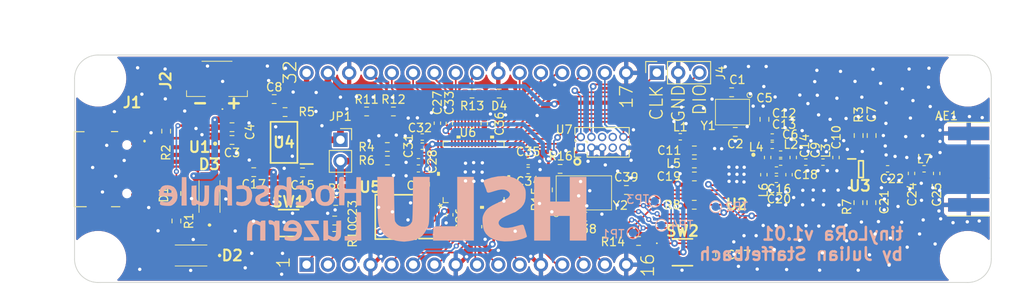
<source format=kicad_pcb>
(kicad_pcb (version 20211014) (generator pcbnew)
  (title_block (title "tinyLoRa") (date "31.03.2022") (rev "v1.00") (company "HSLU T&A") (comment 1 "Julian Staffelbach") (comment 2 "BAT FS22"))
  (layers (0 "F.Cu" signal) (31 "B.Cu" signal) (34 "B.Paste" user) (35 "F.Paste" user) (36 "B.SilkS" user "B.Silkscreen") (37 "F.SilkS" user "F.Silkscreen") (38 "B.Mask" user) (39 "F.Mask" user) (44 "Edge.Cuts" user))
  (net 0 "")
  (net 1 "Net-(AE1-Pad1)")
  (net 2 "GND")
  (net 3 "XTA")
  (net 4 "XTB")
  (net 5 "V_SUB")
  (net 6 "V_BAT")
  (net 7 "Net-(C5-Pad1)")
  (net 8 "Net-(C6-Pad1)")
  (net 9 "Net-(C14-Pad1)")
  (net 10 "Net-(C7-Pad1)")
  (net 11 "Net-(C9-Pad2)")
  (net 12 "Net-(C10-Pad1)")
  (net 13 "Net-(C11-Pad1)")
  (net 14 "Net-(C12-Pad1)")
  (net 15 "+3V3")
  (net 16 "Net-(C16-Pad1)")
  (net 17 "Net-(C16-Pad2)")
  (net 18 "V_SYS")
  (net 19 "Net-(C20-Pad1)")
  (net 20 "Net-(C21-Pad1)")
  (net 21 "SX_J1")
  (net 22 "Net-(C22-Pad2)")
  (net 23 "VREG_VIN")
  (net 24 "ADC_AVDD")
  (net 25 "VREG_VOUT")
  (net 26 "RUN_RST")
  (net 27 "XIN")
  (net 28 "Net-(C39-Pad2)")
  (net 29 "Net-(D1-Pad1)")
  (net 30 "Net-(D1-Pad2)")
  (net 31 "Net-(D4-Pad2)")
  (net 33 "B6")
  (net 34 "B7")
  (net 38 "GPIO_0")
  (net 39 "GPIO_1")
  (net 40 "GPIO_2")
  (net 41 "GPIO_3")
  (net 42 "GPIO_4")
  (net 43 "GPIO_5")
  (net 44 "GPIO_6")
  (net 45 "GPIO_7")
  (net 46 "GPIO_8")
  (net 47 "GPIO_9")
  (net 48 "GPIO_10")
  (net 49 "GPIO_11")
  (net 50 "GPIO_20")
  (net 51 "GPIO_21")
  (net 52 "GPIO_22")
  (net 53 "GPIO_23")
  (net 54 "GPIO_24")
  (net 55 "GPIO_26{slash}ADC_0")
  (net 56 "GPIO_27{slash}ADC_1")
  (net 57 "GPIO_28{slash}ADC_2")
  (net 58 "GPIO_29{slash}ADC_3")
  (net 59 "ADC_VREF")
  (net 60 "SWD_CLK")
  (net 61 "SWD_DIO")
  (net 62 "Net-(L5-Pad2)")
  (net 63 "Net-(R2-Pad1)")
  (net 64 "ANT_SW")
  (net 65 "USB_DM")
  (net 66 "Net-(R5-Pad2)")
  (net 67 "USB_DP")
  (net 68 "SX_DIO2")
  (net 69 "SX_NRESET")
  (net 70 "QSPI_NSS")
  (net 71 "Net-(R10-Pad1)")
  (net 72 "GPIO25")
  (net 73 "XOUT")
  (net 74 "SX_NSS")
  (net 75 "SX_MISO")
  (net 76 "SX_MOSI")
  (net 77 "SX_CLK")
  (net 80 "SX_DIO1")
  (net 81 "SX_BUSY")
  (net 85 "QSPI_SD1")
  (net 86 "QSPI_SD2")
  (net 87 "QSPI_SD0")
  (net 88 "QSPI_CLK")
  (net 89 "QSPI_SD3")
  (footprint "Resistor_SMD:R_0402_1005Metric" (layer "F.Cu") (at 140.208 92.6084 180)
    (fp_text reference "C28")
    (fp_text value "100n")
  )
  (footprint "tinyLoRa_specific:PMEG3050EP115" (layer "F.Cu") (at 113.1028 103.7844 180)
    (fp_text reference "D2")
    (fp_text value "PMEG3050EP,115" hide)
  )
  (footprint "Resistor_SMD:R_0603_1608Metric" (layer "F.Cu") (at 176.1744 103.6828 -90)
    (fp_text reference "C37")
    (fp_text value "100n")
  )
  (footprint "Resistor_SMD:R_0603_1608Metric" (layer "F.Cu") (at 126.3904 93.8784 180)
    (fp_text reference "C15")
    (fp_text value "1u")
  )
  (footprint "Resistor_SMD:R_0603_1608Metric" (layer "F.Cu") (at 146.5956 84.4804)
    (fp_text reference "R13")
    (fp_text value "390")
  )
  (footprint "Resistor_SMD:R_0603_1608Metric" (layer "F.Cu") (at 192.6844 89.4842 -90)
    (fp_text reference "R3")
    (fp_text value "100")
  )
  (footprint "Resistor_SMD:R_0402_1005Metric" (layer "F.Cu") (at 200.4876 93.4528)
    (fp_text reference "L7")
    (fp_text value "9n1")
  )
  (footprint "tinyLoRa_specific:434123025826_BTN" (layer "F.Cu") (at 124.7394 99.9236 180)
    (fp_text reference "SW1")
    (fp_text value "BTN_BOOTSEL" hide)
  )
  (footprint "Resistor_SMD:R_0603_1608Metric" (layer "F.Cu") (at 117.983 88.4936)
    (fp_text reference "C4")
    (fp_text value "4u7")
  )
  (footprint "tinyLoRa_specific:SON50P300X200X100-9N-D" (layer "F.Cu") (at 114.0968 89.0524 180)
    (fp_text reference "U1")
    (fp_text value "MCP73831-5ACI_MC" hide)
  )
  (footprint "Resistor_SMD:R_0603_1608Metric" (layer "F.Cu") (at 181.4576 87.5538 90)
    (fp_text reference "C5")
    (fp_text value "10n")
  )
  (footprint "Resistor_SMD:R_0603_1608Metric" (layer "F.Cu") (at 160.0442 99.1616 180)
    (fp_text reference "C38")
    (fp_text value "27p")
  )
  (footprint "Resistor_SMD:R_0603_1608Metric" (layer "F.Cu") (at 166.4462 102.0572)
    (fp_text reference "R14")
    (fp_text value "10k")
  )
  (footprint "tinyLoRa_specific:MountingHole_2.7mm_M2.5_LargeMask" (layer "F.Cu") (at 205.7 82.69)
    (fp_text reference "H4" hide)
    (fp_text value "MountingHole")
  )
  (footprint "tinyLoRa_specific:Fiducial_1mm_Dia_2.54mm_Outer_CopperTop" (layer "F.Cu") (at 200.8886 104.8004)
    (fp_text reference "FID3" hide)
    (fp_text value "Fiducial")
  )
  (footprint "Resistor_SMD:R_0402_1005Metric" (layer "F.Cu") (at 143.9418 98.933 -90)
    (fp_text reference "C26")
    (fp_text value "100n")
  )
  (footprint "tinyLoRa_specific:Fiducial_1mm_Dia_2.54mm_Outer_CopperTop" (layer "F.Cu") (at 184.6072 82.2198)
    (fp_text reference "FID2" hide)
    (fp_text value "Fiducial")
  )
  (footprint "Resistor_SMD:R_0603_1608Metric" (layer "F.Cu") (at 136.4996 90.8558)
    (fp_text reference "R4")
    (fp_text value "27")
  )
  (footprint "Connector_PinSocket_2.54mm:PinSocket_1x03_P2.54mm_Vertical" (layer "F.Cu") (at 168.6306 81.9912 90)
    (fp_text reference "J4")
    (fp_text value "Conn_01x03")
  )
  (footprint "tinyLoRa_specific:Fiducial_1mm_Dia_2.54mm_Outer_CopperTop" (layer "F.Cu") (at 107.5 102.74)
    (fp_text reference "FID1" hide)
    (fp_text value "Fiducial")
  )
  (footprint "Resistor_SMD:R_0603_1608Metric" (layer "F.Cu") (at 137.223 86.614)
    (fp_text reference "R12")
    (fp_text value "1")
  )
  (footprint "tinyLoRa_specific:MountingHole_2.7mm_M2.5_LargeMask" (layer "F.Cu") (at 102.0318 104.2)
    (fp_text reference "H1" hide)
    (fp_text value "MountingHole")
  )
  (footprint "tinyLoRa_specific:SX_Clock_GND24" (layer "F.Cu") (at 177.6476 86.6902 180)
    (fp_text reference "Y1")
    (fp_text value "SX_Clock_32M_GND24")
  )
  (footprint "Resistor_SMD:R_0402_1005Metric" (layer "F.Cu") (at 183.3866 92.6532)
    (fp_text reference "L2")
    (fp_text value "2n7")
  )
  (footprint "Resistor_SMD:R_0603_1608Metric" (layer "F.Cu") (at 120.5738 93.853 180)
    (fp_text reference "C17")
    (fp_text value "1u")
  )
  (footprint "Resistor_SMD:R_0402_1005Metric" (layer "F.Cu") (at 183.3866 91.7032)
    (fp_text reference "C6")
    (fp_text value "3p")
  )
  (footprint "Resistor_SMD:R_0603_1608Metric" (layer "F.Cu") (at 123.0122 85.1408)
    (fp_text reference "C8")
    (fp_text value "1u")
  )
  (footprint "Resistor_SMD:R_0402_1005Metric" (layer "F.Cu") (at 140.6652 89.662 180)
    (fp_text reference "C32")
    (fp_text value "2u2")
  )
  (footprint "tinyLoRa_specific:SOT65P220X110-6N" (layer "F.Cu") (at 192.9638 93.4974)
    (fp_text reference "U3")
    (fp_text value "AS213-92LF" hide)
  )
  (footprint "Resistor_SMD:R_0603_1608Metric" (layer "F.Cu") (at 192.659 97.4852 90)
    (fp_text reference "R7")
    (fp_text value "100")
  )
  (footprint "Resistor_SMD:R_0603_1608Metric" (layer "F.Cu") (at 111.3536 99.6696 90)
    (fp_text reference "R1")
    (fp_text value "470")
  )
  (footprint "Resistor_SMD:R_0603_1608Metric" (layer "F.Cu") (at 110.1344 88.963 90)
    (fp_text reference "R2")
    (fp_text value "5k1")
  )
  (footprint "Resistor_SMD:R_0402_1005Metric" (layer "F.Cu") (at 140.208 94.2086 180)
    (fp_text reference "C29")
    (fp_text value "100n")
  )
  (footprint "Resistor_SMD:R_0603_1608Metric" (layer "F.Cu") (at 157.099 93.462)
    (fp_text reference "R16")
    (fp_text value "1k")
  )
  (footprint "Resistor_SMD:R_0603_1608Metric" (layer "F.Cu") (at 130.2258 101.4476)
    (fp_text reference "R10")
    (fp_text value "1k")
  )
  (footprint "Resistor_SMD:R_0603_1608Metric" (layer "F.Cu") (at 117.983 90.0176)
    (fp_text reference "C3")
    (fp_text value "4u7")
  )
  (footprint "Resistor_SMD:R_0603_1608Metric" (layer "F.Cu") (at 136.5128 92.456)
    (fp_text reference "R6")
    (fp_text value "27")
  )
  (footprint "Resistor_SMD:R_0402_1005Metric" (layer "F.Cu") (at 148.1328 100.3554 -90)
    (fp_text reference "C30")
    (fp_text value "100n")
  )
  (footprint "Resistor_SMD:R_0402_1005Metric" (layer "F.Cu") (at 189.9866 92.1032 90)
    (fp_text reference "C10")
    (fp_text value "2p2")
  )
  (footprint "Resistor_SMD:R_0402_1005Metric" (layer "F.Cu") (at 196.1376 93.4528)
    (fp_text reference "C22")
    (fp_text value "22p")
  )
  (footprint "Resistor_SMD:R_0402_1005Metric" (layer "F.Cu") (at 182.3866 90.6532)
    (fp_text reference "C13")
    (fp_text value "47p")
  )
  (footprint "Resistor_SMD:R_0603_1608Metric" (layer "F.Cu") (at 134.0358 86.614)
    (fp_text reference "R11")
    (fp_text value "200")
  )
  (footprint "Resistor_SMD:R_0402_1005Metric" (layer "F.Cu") (at 188.4366 92.6532)
    (fp_text reference "L3")
    (fp_text value "9n1")
  )
  (footprint "Resistor_SMD:R_0603_1608Metric" (layer "F.Cu") (at 194.2084 97.4852 -90)
    (fp_text reference "C21")
    (fp_text value "1n")
  )
  (footprint "Resistor_SMD:R_0402_1005Metric" (layer "F.Cu") (at 140.6652 90.7542 180)
    (fp_text reference "C31")
    (fp_text value "2u2")
  )
  (footprint "Resistor_SMD:R_0603_1608Metric" (layer "F.Cu") (at 173.0888 97.7392)
    (fp_text reference "R8")
    (fp_text value "DNP")
  )
  (footprint "Resistor_SMD:R_0603_1608Metric" (layer "F.Cu") (at 149.8346 84.4804 180)
    (fp_text reference "D4")
    (fp_text value "LED_GR")
  )
  (footprint "tinyLoRa_specific:MountingHole_2.7mm_M2.5_LargeMask" (layer "F.Cu") (at 205.7 104.2)
    (fp_text reference "H3" hide)
    (fp_text value "MountingHole")
  )
  (footprint "Resistor_SMD:R_0603_1608Metric" (layer "F.Cu") (at 177.9778 89.0524 180)
    (fp_text reference "C2")
    (fp_text value "DNP")
  )
  (footprint "Resistor_SMD:R_0402_1005Metric" (layer "F.Cu") (at 143.891 88.0364 90)
    (fp_text reference "C33")
    (fp_text value "100n")
  )
  (footprint "Resistor_SMD:R_0603_1608Metric" (layer "F.Cu") (at 173.101 92.8116)
    (fp_text reference "L5")
    (fp_text value "15u")
  )
  (footprint "Resistor_SMD:R_0402_1005Metric" (layer "F.Cu") (at 198.9876 94.0028 90)
    (fp_text reference "C24")
    (fp_text value "3p3")
  )
  (footprint "Resistor_SMD:R_0603_1608Metric" (layer "F.Cu") (at 130.2258 99.6188 180)
    (fp_text reference "C23")
    (fp_text value "100n")
  )
  (footprint "tinyLoRa_specific:MountingHole_2.7mm_M2.5_LargeMask" (layer "F.Cu") (at 102.0318 82.69)
    (fp_text reference "H1" hide)
    (fp_text value "MountingHole")
  )
  (footprint "Connector_PinSocket_2.54mm:PinSocket_1x02_P2.54mm_Vertical" (layer "F.Cu") (at 130.9116 89.9922)
    (fp_text reference "JP1")
    (fp_text value "Jumper_2")
  )
  (footprint "Resistor_SMD:R_0402_1005Metric" (layer "F.Cu") (at 153.289 93.6498)
    (fp_text reference "C34")
    (fp_text value "100n")
  )
  (footprint "Resistor_SMD:R_0402_1005Metric" (layer "F.Cu") (at 184.8866 92.1032 90)
    (fp_text reference "C14")
    (fp_text value "5p6")
  )
  (footprint "Resistor_SMD:R_0402_1005Metric" (layer "F.Cu") (at 142.4686 88.011 90)
    (fp_text reference "C27")
    (fp_text value "2u2")
  )
  (footprint "tinyLoRa_specific:SOIC127P600X170-8N" (layer "F.Cu") (at 124.1806 90.297 180)
    (fp_text reference "U4")
    (fp_text value "AP2112M-3.3TRG1" hide)
  )
  (footprint "tinyLoRa_specific:PMEG3050EP115" (layer "F.Cu") (at 115.3028 96.7534 90)
    (fp_text reference "D3")
    (fp_text value "PMEG3050EP,115" hide)
  )
  (footprint "tinyLoRa_specific:RP2040" (layer "F.Cu") (at 146.7866 93.853 90)
    (fp_text reference "U6")
    (fp_text value "RP2040" hide)
  )
  (footprint "Resistor_SMD:R_0603_1608Metric" (layer "F.Cu") (at 124.3076 86.6902 180)
    (fp_text reference "R5")
    (fp_text value "10k")
  )
  (footprint "Resistor_SMD:R_0603_1608Metric" (layer "F.Cu") (at 173.101 94.361 180)
    (fp_text reference "C19")
    (fp_text value "100n")
  )
  (footprint "Resistor_SMD:R_0402_1005Metric" (layer "F.Cu") (at 171.4246 89.6366)
    (fp_text reference "L1")
    (fp_text value "47n")
  )
  (footprint "Resistor_SMD:R_0402_1005Metric" (layer "F.Cu") (at 182.8866 93.6032)
    (fp_text reference "C16")
    (fp_text value "1p8")
  )
  (footprint "Resistor_SMD:R_0402_1005Metric" (layer "F.Cu") (at 186.3866 92.6532)
    (fp_text reference "C9")
    (fp_text value "12p")
  )
  (footprint "Resistor_SMD:R_0603_1608Metric" (layer "F.Cu") (at 155.6412 95.9634 90)
    (fp_text reference "R15")
    (fp_text value "DNP")
  )
  (footprint "Resistor_SMD:R_0603_1608Metric" (layer "F.Cu") (at 194.2338 89.4842 90)
    (fp_text reference "C7")
    (fp_text value "1n")
  )
  (footprint "tinyLoRa_specific:SWD_Pin_Header_Straight_2x05_Pitch1.27mm" (layer "F.Cu") (at 159.5628 90.932 90)
    (fp_text reference "U7")
    (fp_text value "SWD_JTAG_10pin")
  )
  (footprint "tinyLoRa_specific:QFN50P400X400X100-25N-D" (layer "F.Cu") (at 178.1366 94.1532 -90)
    (fp_text reference "U2")
    (fp_text value "SX1261IMLTRT" hide)
  )
  (footprint "Resistor_SMD:R_0402_1005Metric" (layer "F.Cu") (at 182.8866 94.7032)
    (fp_text reference "C20")
    (fp_text value "1p8")
  )
  (footprint "Resistor_SMD:R_0603_1608Metric" (layer "F.Cu") (at 165.0006 95.9766 180)
    (fp_text reference "C39")
    (fp_text value "27p")
  )
  (footprint "Resistor_SMD:R_0402_1005Metric" (layer "F.Cu") (at 148.0566 88.0618 90)
    (fp_text reference "C36")
    (fp_text value "100n")
  )
  (footprint "tinyLoRa_specific:SOIC127P790X216-8N" (layer "F.Cu") (at 137.4902 99.187 180)
    (fp_text reference "U5")
    (fp_text value "W25Q128JVSIM" hide)
  )
  (footprint "Resistor_SMD:R_0603_1608Metric" (layer "F.Cu") (at 111.3536 96.393 -90)
    (fp_text reference "D1")
    (fp_text value "LED_RED")
  )
  (footprint "Resistor_SMD:R_0402_1005Metric" (layer "F.Cu") (at 153.289 92.583)
    (fp_text reference "C35")
    (fp_text value "100n")
  )
  (footprint "Resistor_SMD:R_0603_1608Metric" (layer "F.Cu") (at 173.101 91.2622 180)
    (fp_text reference "C11")
    (fp_text value "470n")
  )
  (footprint "Resistor_SMD:R_0603_1608Metric" (layer "F.Cu") (at 130.3518 97.282 180)
    (fp_text reference "R9")
    (fp_text value "DNP")
  )
  (footprint "Resistor_SMD:R_0402_1005Metric" (layer "F.Cu") (at 182.3866 89.662)
    (fp_text reference "C12")
    (fp_text value "47n")
  )
  (footprint "Resistor_SMD:R_0402_1005Metric" (layer "F.Cu") (at 181.3866 94.1532 90)
    (fp_text reference "L6")
    (fp_text value "18n")
  )
  (footprint "Resistor_SMD:R_0402_1005Metric" (layer "F.Cu") (at 184.3866 94.1532 -90)
    (fp_text reference "C18")
    (fp_text value "1p")
  )
  (footprint "tinyLoRa_specific:532610271_Molex" (layer "F.Cu") (at 116.1918 82.931)
    (fp_text reference "J2")
    (fp_text value "53261-0271_Molex" hide)
  )
  (footprint "tinyLoRa_specific:PinHeader_tinyLoRa" (layer "F.Cu") (at 145.923 94.6912 90)
    (fp_text reference "J3" hide)
    (fp_text value "Conn_02x16_Counter_Clockwise")
  )
  (footprint "tinyLoRa_specific:434123025826_BTN" (layer "F.Cu") (at 171.6786 103.4034)
    (fp_text reference "SW2")
    (fp_text value "BTN_RESET" hide)
  )
  (footprint "tinyLoRa_specific:USB4110GFA" (layer "F.Cu") (at 102.8568 93.5 -90)
    (fp_text reference "J1")
    (fp_text value "USB4110-GF-A" hide)
  )
  (footprint "Resistor_SMD:R_0402_1005Metric" (layer "F.Cu") (at 201.9876 94.0028 90)
    (fp_text reference "C25")
    (fp_text value "3p3")
  )
  (footprint "Resistor_SMD:R_0402_1005Metric" (layer "F.Cu") (at 181.8366 92.1032 90)
    (fp_text reference "L4")
    (fp_text value "47n")
  )
  (footprint "tinyLoRa_specific:Pico_Clock_GND24" (layer "F.Cu") (at 159.9314 96.3192)
    (fp_text reference "Y2")
    (fp_text value "Pico_Clock_12M_GND24")
  )
  (footprint "Resistor_SMD:R_0603_1608Metric" (layer "F.Cu") (at 177.546 84.3304)
    (fp_text reference "C1")
    (fp_text value "DNP")
  )
  (footprint "tinyLoRa_specific:antenna_connector" (layer "F.Cu") (at 208.2546 93.4974 90)
    (fp_text reference "AE1")
    (fp_text value "Antenna")
  )
  (footprint "TestPoint:TestPoint_Pad_D1.0mm" (layer "B.Cu") (at 169.1894 100.1776 180)
    (fp_text reference "TP4")
    (fp_text value "TP_CLK")
  )
  (footprint "tinyLoRa_specific:hslu_logo_new" (layer "B.Cu") (at 134.133412 97.508794 180)
    (fp_text reference "H5" hide)
    (fp_text value "LogoHSLU" hide)
  )
  (footprint "TestPoint:TestPoint_Pad_D1.0mm" (layer "B.Cu") (at 165.7858 101.092 180)
    (fp_text reference "TP1")
    (fp_text value "TP_NSS")
  )
  (footprint "TestPoint:TestPoint_Pad_D1.0mm" (layer "B.Cu") (at 168.3766 97.3074 180)
    (fp_text reference "TP3")
    (fp_text value "TP_MOSI")
  )
  (footprint "TestPoint:TestPoint_Pad_D1.0mm" (layer "B.Cu") (at 175.641 97.9678 180)
    (fp_text reference "TP2")
    (fp_text value "TP_MISO")
  )
  (gr_circle (center 159.15279 92.6084) (end 159.50839 92.5576) (layer "F.SilkS") (width 0.25) (fill none))
  (gr_arc locked (start 102.005099 107) (mid 100.028134 106.179101) (end 99.2124 104.2) (layer "Edge.Cuts") (width 0.1))
  (gr_arc locked (start 208.5 104.2) (mid 207.679899 106.179899) (end 205.7 107) (layer "Edge.Cuts") (width 0.1))
  (gr_arc locked (start 99.2124 82.69) (mid 100.030789 80.70574) (end 102.01614 79.89) (layer "Edge.Cuts") (width 0.1))
  (gr_arc locked (start 205.7 79.89) (mid 207.679899 80.710101) (end 208.5 82.69) (layer "Edge.Cuts") (width 0.1))
  (gr_line locked (start 102.01614 79.89) (end 205.7 79.89) (layer "Edge.Cuts") (width 0.1))
  (gr_line locked (start 208.5 104.2) (end 208.5 82.69) (layer "Edge.Cuts") (width 0.1))
  (gr_line locked (start 102.005099 107) (end 205.7 107) (layer "Edge.Cuts") (width 0.1))
  (gr_line locked (start 99.2124 104.2) (end 99.2124 82.69) (layer "Edge.Cuts") (width 0.1))
  (gr_text "tinyLoRa v1.01\nby Julian Staffelbach" (at 198.1708 102.4128) (layer "B.SilkS") (effects (font (size 1.5 1.5) (thickness 0.3)) (justify left mirror)))
  (gr_text "32" (at 124.8918 81.9404 90) (layer "F.SilkS") (effects (font (size 1.5 1.5))))
  (gr_text "1" (at 124.1044 104.6226 90) (layer "F.SilkS") (effects (font (size 1.5 1.5))))
  (gr_text "17" (at 164.9984 84.8614 90) (layer "F.SilkS") (effects (font (size 1.5 1.5))))
  (gr_text "CLK" (at 168.5798 85.598 90) (layer "F.SilkS") (effects (font (size 1.5 1.5))))
  (gr_text "GND" (at 171.196 85.6488 90) (layer "F.SilkS") (effects (font (size 1.5 1.5))))
  (gr_text "DIO" (at 173.736 85.1916 90) (layer "F.SilkS") (effects (font (size 1.5 1.5))))
  (gr_text "16" (at 167.5384 104.9528 90) (layer "F.SilkS") (effects (font (size 1.5 1.5))))
  (gr_text "-" (at 114.18 85.53) (layer "F.SilkS") (effects (font (size 1.5 1.5) (thickness 0.3))))
  (gr_text "+" (at 118.21 85.54) (layer "F.SilkS") (effects (font (size 1.5 1.5) (thickness 0.3))))
  (segment (start 201.9876 93.4928) (end 205.45 93.4928) (width 0.65) (layer "F.Cu") (net 1))
  (segment (start 200.9976 93.4528) (end 201.9476 93.4528) (width 0.65) (layer "F.Cu") (net 1))
  (segment (start 201.9476 93.4528) (end 201.9876 93.4928) (width 0.65) (layer "F.Cu") (net 1))
  (segment (start 205.45 93.4928) (end 205.4546 93.4974) (width 0.65) (layer "F.Cu") (net 1))
  (segment (start 182.8966 90.6532) (end 182.8966 89.662) (width 0.65) (layer "F.Cu") (net 2))
  (segment (start 190.0936 93.6752) (end 188.9506 93.6752) (width 0.65) (layer "F.Cu") (net 2))
  (segment (start 177.0226 86.0652) (end 177.0226 85.8902) (width 0.3) (layer "F.Cu") (net 2))
  (segment (start 139.827 90.7542) (end 139.2428 90.17) (width 0.65) (layer "F.Cu") (net 2))
  (segment (start 179.1374 94.9032) (end 179.0192 95.0214) (width 0.3) (layer "F.Cu") (net 2))
  (segment (start 154.581 104.8732) (end 153.5938 103.886) (width 0.5) (layer "F.Cu") (net 2))
  (segment (start 176.3522 91.059) (end 175.5394 91.059) (width 0.3) (layer "F.Cu") (net 2))
  (segment (start 154.6352 92.583) (end 154.6606 92.5576) (width 0.1778) (layer "F.Cu") (net 2))
  (segment (start 147.843999 94.853001) (end 147.828 94.869) (width 0.2) (layer "F.Cu") (net 2))
  (segment (start 134.7504 104.8732) (end 135.7376 103.886) (width 0.5) (layer "F.Cu") (net 2))
  (segment (start 191.8638 93.4974) (end 191.8638 93.5052) (width 0.5) (layer "F.Cu") (net 2))
  (segment (start 177.9778 90.1446) (end 177.9778 89.8774) (width 0.3) (layer "F.Cu") (net 2))
  (segment (start 149.733 82.0166) (end 149.733 83.5538) (width 0.5) (layer "F.Cu") (net 2))
  (segment (start 176.1866 93.4032) (end 177.056 93.4032) (width 0.3) (layer "F.Cu") (net 2))
  (segment (start 177.3866 92.2032) (end 177.3866 91.56) (width 0.3) (layer "F.Cu") (net 2))
  (segment (start 154.813 104.8732) (end 154.581 104.8732) (width 0.5) (layer "F.Cu") (net 2))
  (segment (start 177.9778 89.8774) (end 178.8028 89.0524) (width 0.3) (layer "F.Cu") (net 2))
  (segment (start 177.3866 91.56) (end 176.8856 91.059) (width 0.3) (layer "F.Cu") (net 2))
  (segment (start 153.799 92.583) (end 154.6352 92.583) (width 0.1778) (layer "F.Cu") (net 2))
  (segment (start 106.5348 88.965) (end 105.9598 88.39) (width 0.3) (layer "F.Cu") (net 2))
  (segment (start 153.799 93.6498) (end 154.6098 93.6498) (width 0.1778) (layer "F.Cu") (net 2))
  (segment (start 153.799 93.6498) (end 153.799 93.4192) (width 0.1778) (layer "F.Cu") (net 2))
  (segment (start 184.3466 94.7032) (end 184.3866 94.6632) (width 0.65) (layer "F.Cu") (net 2))
  (segment (start 153.799 92.583) (end 153.799 92.6358) (width 0.1778) (layer "F.Cu") (net 2))
  (segment (start 144.653 104.8732) (end 145.012 104.8732) (width 0.5) (layer "F.Cu") (net 2))
  (segment (start 177.0226 85.8902) (end 176.5476 85.8902) (width 0.2) (layer "F.Cu") (net 2))
  (segment (start 188.9506 93.6752) (end 187.833 93.6752) (width 0.65) (layer "F.Cu") (net 2))
  (segment (start 187.833 93.6752) (end 186.6138 93.6752) (width 0.65) (layer "F.Cu") (net 2))
  (segment (start 180.0866 94.9032) (end 179.1374 94.9032) (width 0.3) (layer "F.Cu") (net 2))
  (segment (start 154.628994 97.5868) (end 154.6352 97.5868) (width 0.2) (layer "F.Cu") (net 2))
  (segment (start 153.799 92.6358) (end 154.7114 93.5482) (width 0.65) (layer "F.Cu") (net 2))
  (segment (start 177.3866 93.0726) (end 177.2158 93.2434) (width 0.3) (layer "F.Cu") (net 2))
  (segment (start 145.012 104.8732) (end 145.9484 103.9368) (width 0.5) (layer "F.Cu") (net 2))
  (segment (start 176.8856 91.059) (end 176.3522 91.059) (width 0.3) (layer "F.Cu") (net 2))
  (segment (start 177.056 93.4032) (end 177.2158 93.2434) (width 0.3) (layer "F.Cu") (net 2))
  (segment (start 175.5394 91.059) (end 175.514 91.0336) (width 0.3) (layer "F.Cu") (net 2))
  (segment (start 177.3866 92.2032) (end 177.3866 93.0726) (width 0.3) (layer "F.Cu") (net 2))
  (segment (start 190.2906 93.4782) (end 190.0936 93.6752) (width 0.65) (layer "F.Cu") (net 2))
  (segment (start 178.7476 87.4902) (end 178.6226 87.4902) (width 0.2) (layer "F.Cu") (net 2))
  (segment (start 143.891 87.5264) (end 143.891 86.6394) (width 0.2) (layer "F.Cu") (net 2))
  (segment (start 154.6098 93.6498) (end 154.7114 93.5482) (width 0.1778) (layer "F.Cu") (net 2))
  (segment (start 191.84852 93.52048) (end 190.24832 93.52048) (width 0.5) (layer "F.Cu") (net 2))
  (segment (start 106.5348 90.15) (end 106.5348 88.965) (width 0.3) (layer "F.Cu") (net 2))
  (segment (start 178.8866 92.2032) (end 178.8866 93.1108) (width 0.3) (layer "F.Cu") (net 2))
  (segment (start 151.895195 94.853001) (end 154.628994 97.5868) (width 0.2) (layer "F.Cu") (net 2))
  (segment (start 183.3966 94.7032) (end 184.3466 94.7032) (width 0.65) (layer "F.Cu") (net 2))
  (segment (start 106.5348 96.85) (end 106.5348 98.035) (width 0.3) (layer "F.Cu") (net 2))
  (segment (start 149.733 83.5538) (end 150.6596 84.4804) (width 0.5) (layer "F.Cu") (net 2))
  (segment (start 150.1902 94.853001) (end 147.843999 94.853001) (width 0.2) (layer "F.Cu") (net 2))
  (segment (start 178.8866 93.1108) (end 179.0446 93.2688) (width 0.3) (layer "F.Cu") (net 2))
  (segment (start 179.4002 88.1428) (end 178.7476 87.4902) (width 0.8) (layer "F.Cu") (net 2))
  (segment (start 179.4002 88.4174) (end 179.4002 88.1428) (width 0.8) (layer "F.Cu") (net 2))
  (segment (start 153.799 93.4192) (end 154.6606 92.5576) (width 0.65) (layer "F.Cu") (net 2))
  (segment (start 191.8638 93.5052) (end 191.84852 93.52048) (width 0.5) (layer "F.Cu") (net 2))
  (segment (start 190.24832 93.52048) (end 190.0936 93.6752) (width 0.5) (layer "F.Cu") (net 2))
  (segment (start 150.1902 94.853001) (end 151.895195 94.853001) (width 0.2) (layer "F.Cu") (net 2))
  (segment (start 140.1552 90.7542) (end 139.827 90.7542) (width 0.65) (layer "F.Cu") (net 2))
  (segment (start 142.4686 87.501) (end 142.4686 87.4776) (width 0.2) (layer "F.Cu") (net 2))
  (segment (start 178.6226 87.4902) (end 178.4476 87.4902) (width 0.3) (layer "F.Cu") (net 2))
  (segment (start 178.4476 87.4902) (end 177.0226 86.0652) (width 0.3) (layer "F.Cu") (net 2))
  (segment (start 143.891 86.6394) (end 143.383 86.1314) (width 0.2) (layer "F.Cu") (net 2))
  (segment (start 142.4686 87.4776) (end 141.7574 86.7664) (width 0.2) (layer "F.Cu") (net 2))
  (segment (start 134.493 104.8732) (end 134.7504 104.8732) (width 0.5) (layer "F.Cu") (net 2))
  (segment (start 106.5348 98.035) (end 105.9598 98.61) (width 0.3) (layer "F.Cu") (net 2))
  (via (at 117.2464 97.0534) (size 0.8) (drill 0.4) (layers "F.Cu" "B.Cu") (net 2))
  (via (at 137.1346 84.9376) (size 0.8) (drill 0.4) (layers "F.Cu" "B.Cu") (net 2))
  (via (at 178.181 94.107) (size 0.8) (drill 0.4) (layers "F.Cu" "B.Cu") (net 2))
  (via (at 123.9012 106.0196) (size 0.8) (drill 0.4) (layers "F.Cu" "B.Cu") (net 2))
  (via (at 162.4838 92.9894) (size 0.8) (drill 0.4) (layers "F.Cu" "B.Cu") (net 2))
  (via (at 147.828 94.869) (size 0.8) (drill 0.4) (layers "F.Cu" "B.Cu") (net 2))
  (via (at 179.0192 94.107) (size 0.8) (drill 0.4) (layers "F.Cu" "B.Cu") (net 2))
  (via (at 195.7578 97.0534) (size 0.8) (drill 0.4) (layers "F.Cu" "B.Cu") (net 2))
  (via (at 153.5938 103.886) (size 0.8) (drill 0.4) (layers "F.Cu" "B.Cu") (net 2))
  (via (at 138.7348 94.2848) (size 0.8) (drill 0.4) (layers "F.Cu" "B.Cu") (net 2))
  (via (at 171.577 86.106) (size 0.8) (drill 0.4) (layers "F.Cu" "B.Cu") (net 2))
  (via (at 138.7348 92.6846) (size 0.8) (drill 0.4) (layers "F.Cu" "B.Cu") (net 2))
  (via (at 190.0936 93.6752) (size 0.8) (drill 0.4) (layers "F.Cu" "B.Cu") (net 2))
  (via (at 123.6218 89.6874) (size 0.8) (drill 0.4) (layers "F.Cu" "B.Cu") (net 2))
  (via (at 106.9848 105.4354) (size 0.8) (drill 0.4) (layers "F.Cu" "B.Cu") (net 2))
  (via (at 159.3088 96.6724) (size 0.8) (drill 0.4) (layers "F.Cu" "B.Cu") (net 2))
  (via (at 180.1114 85.979) (size 0.8) (drill 0.4) (layers "F.Cu" "B.Cu") (net 2))
  (via (at 135.4836 89.5096) (size 0.8) (drill 0.4) (layers "F.Cu" "B.Cu") (net 2))
  (via (at 122.3518 82.931) (size 0.8) (drill 0.4) (layers "F.Cu" "B.Cu") (net 2))
  (via (at 202.2602 98.4758) (size 0.8) (drill 0.4) (layers "F.Cu" "B.Cu") (net 2))
  (via (at 182.0926 96.012) (size 0.8) (drill 0.4) (layers "F.Cu" "B.Cu") (net 2))
  (via (at 154.6606 92.5576) (size 0.8) (drill 0.4) (layers "F.Cu" "B.Cu") (net 2))
  (via (at 190.9064 90.0938) (size 0.8) (drill 0.4) (layers "F.Cu" "B.Cu") (net 2))
  (via (at 103.0478 90.6526) (size 0.8) (drill 0.4) (layers "F.Cu" "B.Cu") (net 2))
  (via (at 165.5572 92.4306) (size 0.8) (drill 0.4) (layers "F.Cu" "B.Cu") (net 2))
  (via (at 192.2526 83.0326) (size 0.8) (drill 0.4) (layers "F.Cu" "B.Cu") (net 2))
  (via (at 125.1966 98.7552) (size 0.8) (drill 0.4) (layers "F.Cu" "B.Cu") (net 2))
  (via (at 160.4264 92.5576) (size 0.8) (drill 0.4) (layers "F.Cu" "B.Cu") (net 2))
  (via (at 147.828 92.7354) (size 0.8) (drill 0.4) (layers "F.Cu" "B.Cu") (net 2))
  (via (at 205.6384 99.7712) (size 0.8) (drill 0.4) (layers "F.Cu" "B.Cu") (net 2))
  (via (at 119.5578 105.2576) (size 0.8) (drill 0.4) (layers "F.Cu" "B.Cu") (net 2))
  (via (at 193.1162 91.3892) (size 0.8) (drill 0.4) (layers "F.Cu" "B.Cu") (net 2))
  (via (at 130.2766 98.3488) (size 0.8) (drill 0.4) (layers "F.Cu" "B.Cu") (net 2))
  (via (at 145.8214 94.8944) (size 0.8) (drill 0.4) (layers "F.Cu" "B.Cu") (net 2))
  (via (at 143.51 99.8982) (size 0.8) (drill 0.4) (layers "F.Cu" "B.Cu") (net 2))
  (via (at 203.9366 99.8728) (size 0.8) (drill 0.4) (layers "F.Cu" "B.Cu") (net 2))
  (via (at 197.5104 94.8436) (size 0.8) (drill 0.4) (layers "F.Cu" "B.Cu") (net 2))
  (via (at 165.8366 88.7984) (size 0.8) (drill 0.4) (layers "F.Cu" "B.Cu") (net 2))
  (via (at 188.4934 97.7392) (size 0.8) (drill 0.4) (layers "F.Cu" "B.Cu") (net 2))
  (via (at 179.0192 95.0214) (size 0.8) (drill 0.4) (layers "F.Cu" "B.Cu") (net 2))
  (via (at 150.5966 87.0204) (size 0.8) (drill 0.4) (layers "F.Cu" "B.Cu") (net 2))
  (via (at 104.1146 94.3356) (size 0.8) (drill 0.4) (layers "F.Cu" "B.Cu") (net 2))
  (via (at 115.062 81.2038) (size 0.8) (drill 0.4) (layers "F.Cu" "B.Cu") (net 2))
  (via (at 177.9778 90.1446) (size 0.8) (drill 0.4) (layers "F.Cu" "B.Cu") (net 2))
  (via (at 177.8254 103.632) (size 0.8) (drill 0.4) (layers "F.Cu" "B.Cu") (net 2))
  (via (at 122.1994 81.2038) (size 0.8) (drill 0.4) (layers "F.Cu" "B.Cu") (net 2))
  (via (at 137.5664 89.4334) (size 0.8) (drill 0.4) (layers "F.Cu" "B.Cu") (net 2))
  (via (at 128.016 84.3534) (size 0.8) (drill 0.4) (layers "F.Cu" "B.Cu") (net 2))
  (via (at 120.0404 92.4052) (size 0.8) (drill 0.4) (layers "F.Cu" "B.Cu") (net 2))
  (via (at 145.8214 92.7862) (size 0.8) (drill 0.4) (layers "F.Cu" "B.Cu") (net 2))
  (via (at 134.8232 84.9122) (size 0.8) (drill 0.4) (layers "F.Cu" "B.Cu") (net 2))
  (via (at 170.6626 87.8078) (size 0.8) (drill 0.4) (layers "F.Cu" "B.Cu") (net 2))
  (via (at 187.2742 95.9866) (size 0.8) (drill 0.4) (layers "F.Cu" "B.Cu") (net 2))
  (via (at 160.6296 96.0628) (size 0.8) (drill 0.4) (layers "F.Cu" "B.Cu") (net 2))
  (via (at 172.1104 88.0618) (size 0.8) (drill 0.4) (layers "F.Cu" "B.Cu") (net 2))
  (via (at 120.5484 99.695) (size 0.8) (drill 0.4) (layers "F.Cu" "B.Cu") (net 2))
  (via (at 187.9346 100.2792) (size 0.8) (drill 0.4) (layers "F.Cu" "B.Cu") (net 2))
  (via (at 113.6904 88.646) (size 0.8) (drill 0.4) (layers "F.Cu" "B.Cu") (net 2))
  (via (at 102.5398 96.2152) (size 0.8) (drill 0.4) (layers "F.Cu" "B.Cu") (net 2))
  (via (at 184.6326 100.2284) (size 0.8) (drill 0.4) (layers "F.Cu" "B.Cu") (net 2))
  (via (at 106.7308 81.407) (size 0.8) (drill 0.4) (layers "F.Cu" "B.Cu") (net 2))
  (via (at 143.383 86.1314) (size 0.8) (drill 0.4) (layers "F.Cu" "B.Cu") (net 2))
  (via (at 197.3834 97.9424) (size 0.8) (drill 0.4) (layers "F.Cu" "B.Cu") (net 2))
  (via (at 154.3558 87.0966) (size 0.8) (drill 0.4) (layers "F.Cu" "B.Cu") (net 2))
  (via (at 184.6326 89.916) (size 0.8) (drill 0.4) (layers "F.Cu" "B.Cu") (net 2))
  (via (at 191.1858 100.1776) (size 0.8) (drill 0.4) (layers "F.Cu" "B.Cu") (net 2))
  (via (at 178.3588 105.0798) (size 0.8) (drill 0.4) (layers "F.Cu" "B.Cu") (net 2))
  (via (at 118.5164 91.5924) (size 0.8) (drill 0.4) (layers "F.Cu" "B.Cu") (net 2))
  (via (at 195.0466 99.7458) (size 0.8) (drill 0.4) (layers "F.Cu" "B.Cu") (net 2))
  (via (at 183.9976 97.7392) (size 0.8) (drill 0.4) (layers "F.Cu" "B.Cu") (net 2))
  (via (at 187.452 83.058) (size 0.8) (drill 0.4) (layers "F.Cu" "B.Cu") (net 2))
  (via (at 139.2428 90.17) (size 0.8) (drill 0.4) (layers "F.Cu" "B.Cu") (net 2))
  (via (at 187.706 81.7118) (size 0.8) (drill 0.4) (layers "F.Cu" "B.Cu") (net 2))
  (via (at 151.7396 100.8888) (size 0.8) (drill 0.4) (layers "F.Cu" "B.Cu") (net 2))
  (via (at 137.2362 94.234) (size 0.8) (drill 0.4) (layers "F.Cu" "B.Cu") (net 2))
  (via (at 183.9468 86.4616) (size 0.8) (drill 0.4) (layers "F.Cu" "B.Cu") (net 2))
  (via (at 195.4022 95.7072) (size 0.8) (drill 0.4) (layers "F.Cu" "B.Cu") (net 2))
  (via (at 179.7812 84.5058) (size 0.8) (drill 0.4) (layers "F.Cu" "B.Cu") (net 2))
  (via (at 124.0028 103.5304) (size 0.8) (drill 0.4) (layers "F.Cu" "B.Cu") (net 2))
  (via (at 188.5442 96.0374) (size 0.8) (drill 0.4) (layers "F.Cu" "B.Cu") (net 2))
  (via (at 193.0146 99.7966) (size 0.8) (drill 0.4) (layers "F.Cu" "B.Cu") (net 2))
  (via (at 105.1306 92.456) (size 0.8) (drill 0.4) (layers "F.Cu" "B.Cu") (net 2))
  (via (at 188.9506 93.6752) (size 0.8) (drill 0.4) (layers "F.Cu" "B.Cu") (net 2))
  (via (at 120.3452 103.5304) (size 0.8) (drill 0.4) (layers "F.Cu" "B.Cu") (net 2))
  (via (at 180.594 105.41) (size 0.8) (drill 0.4) (layers "F.Cu" "B.Cu") (net 2))
  (via (at 200.3298 89.5096) (size 0.8) (drill 0.4) (layers "F.Cu" "B.Cu") (net 2))
  (via (at 189.2808 87.5538) (size 0.8) (drill 0.4) (layers "F.Cu" "B.Cu") (net 2))
  (via (at 159.5374 94.9706) (size 0.8) (drill 0.4) (layers "F.Cu" "B.Cu") (net 2))
  (via (at 197.8914 83.9216) (size 0.8) (drill 0.4) (layers "F.Cu" "B.Cu") (net 2))
  (via (at 204.0382 87.2998) (size 0.8) (drill 0.4) (layers "F.Cu" "B.Cu") (net 2))
  (via (at 177.2158 93.2434) (size 0.8) (drill 0.4) (layers "F.Cu" "B.Cu") (net 2))
  (via (at 110.0074 81.5594) (size 0.8) (drill 0.4) (layers "F.Cu" "B.Cu") (net 2))
  (via (at 125.2728 84.3026) (size 0.8) (drill 0.4) (layers "F.Cu" "B.Cu") (net 2))
  (via (at 145.796 93.8276) (size 0.8) (drill 0.4) (layers "F.Cu" "B.Cu") (net 2))
  (via (at 188.0362 105.537) (size 0.8) (drill 0.4) (layers "F.Cu" "B.Cu") (net 2))
  (via (at 179.0192 101.4222) (size 0.8) (drill 0.4) (layers "F.Cu" "B.Cu") (net 2))
  (via (at 183.896 88.5444) (size 0.8) (drill 0.4) (layers "F.Cu" "B.Cu") (net 2))
  (via (at 187.833 93.6752) (size 0.8) (drill 0.4) (layers "F.Cu" "B.Cu") (net 2))
  (via (at 197.0278 91.9734) (size 0.8) (drill 0.4) (layers "F.Cu" "B.Cu") (net 2))
  (via (at 193.0654 84.9122) (size 0.8) (drill 0.4) (layers "F.Cu" "B.Cu") (net 2))
  (via (at 179.4002 88.4174) (size 0.8) (drill 0.4) (layers "F.Cu" "B.Cu") (net 2))
  (via (at 182.626 103.0732) (size 0.8) (drill 0.4) (layers "F.Cu" "B.Cu") (net 2))
  (via (at 146.7866 92.71) (size 0.8) (drill 0.4) (layers "F.Cu" "B.Cu") (net 2))
  (via (at 137.1092 98.5774) (size 0.8) (drill 0.4) (layers "F.Cu" "B.Cu") (net 2))
  (via (at 125.1712 91.948) (size 0.8) (drill 0.4) (layers "F.Cu" "B.Cu") (net 2))
  (via (at 188.7474 90.0684) (size 0.8) (drill 0.4) (layers "F.Cu" "B.Cu") (net 2))
  (via (at 134.3152 90.0938) (size 0.8) (drill 0.4) (layers "F.Cu" "B.Cu") (net 2))
  (via (at 200.1774 97.2058) (size 0.8) (drill 0.4) (layers "F.Cu" "B.Cu") (net 2))
  (via (at 176.3522 91.059) (size 0.8) (drill 0.4) (layers "F.Cu" "B.Cu") (net 2))
  (via (at 194.6402 101.219) (size 0.8) (drill 0.4) (layers "F.Cu" "B.Cu") (net 2))
  (via (at 182.7276 84.8868) (size 0.8) (drill 0.4) (layers "F.Cu" "B.Cu") (net 2))
  (via (at 201.5236 95.7072) (size 0.8) (drill 0.4) (layers "F.Cu" "B.Cu") (net 2))
  (via (at 175.514 91.0336) (size 0.8) (drill 0.4) (layers "F.Cu" "B.Cu") (net 2))
  (via (at 113.157 97.0026) (size 0.8) (drill 0.4) (layers "F.Cu" "B.Cu") (net 2))
  (via (at 108.331 89.154) (size 0.8) (drill 0.4) (layers "F.Cu" "B.Cu") (net 2))
  (via (at 124.3584 81.4578) (size 0.8) (drill 0.4) (layers "F.Cu" "B.Cu") (net 2))
  (via (at 103.9622 86.6394) (size 0.8) (drill 0.4) (layers "F.Cu" "B.Cu") (net 2))
  (via (at 184.7596 87.5284) (size 0.8) (drill 0.4) (layers "F.Cu" "B.Cu") (net 2))
  (via (at 200.152 95.1738) (size 0.8) (drill 0.4) (layers "F.Cu" "B.Cu") (net 2))
  (via (at 114.4016 89.3826) (size 0.8) (drill 0.4) (layers "F.Cu" "B.Cu") (net 2))
  (via (at 149.733 103.1748) (size 0.8) (drill 0.4) (layers "F.Cu" "B.Cu") (net 2))
  (via (at 181.3814 83.6422) (size 0.8) (drill 0.4) (layers "F.Cu" "B.Cu") (net 2))
  (via (at 190.246 95.9866) (size 0.8) (drill 0.4) (layers "F.Cu" "B.Cu") (net 2))
  (via (at 179.5526 81.2546) (size 0.8) (drill 0.4) (layers "F.Cu" "B.Cu") (net 2))
  (via (at 147.8026 93.853) (size 0.8) (drill 0.4) (layers "F.Cu" "B.Cu") (net 2))
  (via (at 135.7376 103.886) (size 0.8) (drill 0.4) (layers "F.Cu" "B.Cu") (net 2))
  (via (at 194.5132 87.249) (size 0.8) (drill 0.4) (layers "F.Cu" "B.Cu") (net 2))
  (via (at 139.2682 97.5106) (size 0.8) (drill 0.4) (layers "F.Cu" "B.Cu") (net 2))
  (via (at 198.2978 89.6112) (size 0.8) (drill 0.4) (layers "F.Cu" "B.Cu") (net 2))
  (via (at 198.7042 81.5594) (size 0.8) (drill 0.4) (layers "F.Cu" "B.Cu") (net 2))
  (via (at 160.274 97.8662) (size 0.8) (drill 0.4) (layers "F.Cu" "B.Cu") (net 2))
  (via (at 200.3806 99.5426) (size 0.8) (drill 0.4) (layers "F.Cu" "B.Cu") (net 2))
  (via (at 132.8166 84.8614) (size 0.8) (drill 0.4) (layers "F.Cu" "B.Cu") (net 2))
  (via (at 146.812 94.9452) (size 0.8) (drill 0.4) (layers "F.Cu" "B.Cu") (net 2))
  (via (at 193.9798 103.7082) (size 0.8) (drill 0.4) (layers "F.Cu" "B.Cu") (net 2))
  (via (at 127.5588 97.1296) (size 0.8) (drill 0.4) (layers "F.Cu" "B.Cu") (net 2))
  (via (at 199.1614 85.3186) (size 0.8) (drill 0.4) (layers "F.Cu" "B.Cu") (net 2))
  (via (at 140.081 87.376) (size 0.8) (drill 0.4) (layers "F.Cu" "B.Cu") (net 2))
  (via (at 186.6138 93.6752) (size 0.8) (drill 0.4) (layers "F.Cu" "B.Cu") (net 2))
  (via (at 110.0328 85.1154) (size 0.8) (drill 0.4) (layers "F.Cu" "B.Cu") (net 2))
  (via (at 108.0516 98.0694) (size 0.8) (drill 0.4) (layers "F.Cu" "B.Cu") (net 2))
  (via (at 199.9234 92.1766) (size 0.8) (drill 0.4) (layers "F.Cu" "B.Cu") (net 2))
  (via (at 165.5572 94.5388) (size 0.8) (drill 0.4) (layers "F.Cu" "B.Cu") (net 2))
  (via (at 171.3992 94.0308) (size 0.8) (drill 0.4) (layers "F.Cu" "B.Cu") (net 2))
  (via (at 202.5142 87.5538) (size 0.8) (drill 0.4) (layers "F.Cu" "B.Cu") (net 2))
  (via (at 190.5254 81.8388) (size 0.8) (drill 0.4) (layers "F.Cu" "B.Cu") (net 2))
  (via (at 138.6332 89.535) (size 0.8) (drill 0.4) (layers "F.Cu" "B.Cu") (net 2))
  (via (at 101.3714 93.2942) (size 0.8) (drill 0.4) (layers "F.Cu" "B.Cu") (net 2))
  (via (at 185.801 90.9066) (size 0.8) (drill 0.4) (layers "F.Cu" "B.Cu") (net 2))
  (via (at 201.0664 81.4578) (size 0.8) (drill 0.4) (layers "F.Cu" "B.Cu") (net 2))
  (via (at 113.3602 101.8794) (size 0.8) (drill 0.4) (layers "F.Cu" "B.Cu") (net 2))
  (via (at 127.9906 86.614) (size 0.8) (drill 0.4) (layers "F.Cu" "B.Cu") (net 2))
  (via (at 146.7866 93.8276) (size 0.8) (drill 0.4) (layers "F.Cu" "B.Cu") (net 2))
  (via (at 198.4756 102.7938) (size 0.8) (drill 0.4) (layers "F.Cu" "B.Cu") (net 2))
  (via (at 202.4634 99.4156) (size 0.8) (drill 0.4) (layers "F.Cu" "B.Cu") (net 2))
  (via (at 163.9062 97.7646) (size 0.8) (drill 0.4) (layers "F.Cu" "B.Cu") (net 2))
  (via (at 198.7804 95.885) (size 0.8) (drill 0.4) (layers "F.Cu" "B.Cu") (net 2))
  (via (at 187.833 91.3638) (size 0.8) (drill 0.4) (layers "F.Cu" "B.Cu") (net 2))
  (via (at 195.961 91.7956) (size 0.8) (drill 0.4) (layers "F.Cu" "B.Cu") (net 2))
  (via (at 178.1556 94.9706) (size 0.8) (drill 0.4) (layers "F.Cu" "B.Cu") (net 2))
  (via (at 198.4248 92.1004) (size 0.8) (drill 0.4) (layers "F.Cu" "B.Cu") (net 2))
  (via (at 129.3876 98.7552) (size 0.8) (drill 0.4) (layers "F.Cu" "B.Cu") (net 2))
  (via (at 141.7574 86.7664) (size 0.8) (drill 0.4) (layers "F.Cu" "B.Cu") (net 2))
  (via (at 191.5668 95.7326) (size 0.8) (drill 0.4) (layers "F.Cu" "B.Cu") (net 2))
  (via (at 202.3872 90.1954) (size 0.8) (drill 0.4) (layers "F.Cu" "B.Cu") (net 2))
  (via (at 128.7018 88.3158) (size 0.8) (drill 0.4) (layers "F.Cu" "B.Cu") (net 2))
  (via (at 190.0936 85.0392) (size 0.8) (drill 0.4) (layers "F.Cu" "B.Cu") (net 2))
  (via (at 120.015 87.9856) (size 0.8) (drill 0.4) (layers "F.Cu" "B.Cu") (net 2))
  (via (at 188.849 91.4146) (size 0.8) (drill 0.4) (layers "F.Cu" "B.Cu") (net 2))
  (via (at 195.9356 88.0364) (size 0.8) (drill 0.4) (layers "F.Cu" "B.Cu") (net 2))
  (via (at 205.8924 87.2236) (size 0.8) (drill 0.4) (layers "F.Cu" "B.Cu") (net 2))
  (via (at 116.8654 83.0326) (size 0.8) (drill 0.4) (layers "F.Cu" "B.Cu") (net 2))
  (via (at 191.2366 102.0318) (size 0.8) (drill 0.4) (layers "F.Cu" "B.Cu") (net 2))
  (via (at 148.1582 101.854) (size 0.8) (drill 0.4) (layers "F.Cu" "B.Cu") (net 2))
  (via (at 189.6618 100.2792) (size 0.8) (drill 0.4) (layers "F.Cu" "B.Cu") (net 2))
  (via (at 177.8 102.1588) (size 0.8) (drill 0.4) (layers "F.Cu" "B.Cu") (net 2))
  (via (at 179.0446 93.2688) (size 0.8) (drill 0.4) (layers "F.Cu" "B.Cu") (net 2))
  (via (at 191.3382 91.1352) (size 0.8) (drill 0.4) (layers "F.Cu" "B.Cu") (net 2))
  (via (at 186.4106 100.2284) (size 0.8) (drill 0.4) (layers "F.Cu" "B.Cu") (net 2))
  (via (at 192.6336 87.2236) (size 0.8) (drill 0.4) (layers "F.Cu" "B.Cu") (net 2))
  (via (at 201.2188 86.0298) (size 0.8) (drill 0.4) (layers "F.Cu" "B.Cu") (net 2))
  (via (at 184.9374 96.8756) (size 0.8) (drill 0.4) (layers "F.Cu" "B.Cu") (net 2))
  (via (at 196.469 101.7016) (size 0.8) (drill 0.4) (layers "F.Cu" "B.Cu") (net 2))
  (via (at 107.2388 84.5566) (size 0.8) (drill 0.4) (layers "F.Cu" "B.Cu") (net 2))
  (via (at 148.7932 86.9188) (size 0.8) (drill 0.4) (layers "F.Cu" "B.Cu") (net 2))
  (via (at 181.6608 81.2546) (size 0.8) (drill 0.4) (layers "F.Cu" "B.Cu") (net 2))
  (via (at 154.7114 93.5482) (size 0.8) (drill 0.4) (layers "F.Cu" "B.Cu") (net 2))
  (via (at 191.1858 87.4522) (size 0.8) (drill 0.4) (layers "F.Cu" "B.Cu") (net 2))
  (via (at 186.0296 96.012) (size 0.8) (drill 0.4) (layers "F.Cu" "B.Cu") (net 2))
  (via (at 185.674 84.6582) (size 0.8) (drill 0.4) (layers "F.Cu" "B.Cu") (net 2))
  (via (at 201.0156 83.7184) (size 0.8) (drill 0.4) (layers "F.Cu" "B.Cu") (net 2))
  (via (at 124.1806 99.822) (size 0.8) (drill 0.4) (layers "F.Cu" "B.Cu") (net 2))
  (via (at 130.9116 84.9122) (size 0.8) (drill 0.4) (layers "F.Cu" "B.Cu") (net 2))
  (via (at 171.6278 105.537) (size 0.8) (drill 0.4) (layers "F.Cu" "B.Cu") (net 2))
  (via (at 207.4164 87.3506) (size 0.8) (drill 0.4) (layers "F.Cu" "B.Cu") (net 2))
  (via (at 181.3052 100.203) (size 0.8) (drill 0.4) (layers "F.Cu" "B.Cu") (net 2))
  (via (at 113.0554 105.5624) (size 0.8) (drill 0.4) (layers "F.Cu" "B.Cu") (net 2))
  (via (at 182.9562 97.0534) (size 0.8) (drill 0.4) (layers "F.Cu" "B.Cu") (net 2))
  (via (at 131.6736 86.3092) (size 0.8) (drill 0.4) (layers "F.Cu" "B.Cu") (net 2))
  (via (at 187.2488 97.155) (size 0.8) (drill 0.4) (layers "F.Cu" "B.Cu") (net 2))
  (via (at 181.3052 85.979) (size 0.8) (drill 0.4) (layers "F.Cu" "B.Cu") (net 2))
  (via (at 135.4582 98.044) (size 0.8) (drill 0.4) (layers "F.Cu" "B.Cu") (net 2))
  (via (at 195.7324 98.3488) (size 0.8) (drill 0.4) (layers "F.Cu" "B.Cu") (net 2))
  (via (at 201.803 102.4128) (size 0.8) (drill 0.4) (layers "F.Cu" "B.Cu") (net 2))
  (via (at 195.6308 89.4842) (size 0.8) (drill 0.4) (layers "F.Cu" "B.Cu") (net 2))
  (via (at 174.1932 86.233) (size 0.8) (drill 0.4) (layers "F.Cu" "B.Cu") (net 2))
  (via (at 154.6352 97.5868) (size 0.8) (drill 0.4) (layers "F.Cu" "B.Cu") (net 2))
  (via (at 178.181 93.2688) (size 0.8) (drill 0.4) (layers "F.Cu" "B.Cu") (net 2))
  (via (at 199.9488 101.219) (size 0.8) (drill 0.4) (layers "F.Cu" "B.Cu") (net 2))
  (via (at 162.0774 98.8568) (size 0.8) (drill 0.4) (layers "F.Cu" "B.Cu") (net 2))
  (via (at 124.206 93.3958) (size 0.8) (drill 0.4) (layers "F.Cu" "B.Cu") (net 2))
  (via (at 196.2912 94.6658) (size 0.8) (drill 0.4) (layers "F.Cu" "B.Cu") (net 2))
  (via (at 195.961 85.598) (size 0.8) (drill 0.4) (layers "F.Cu" "B.Cu") (net 2))
  (via (at 186.9948 90.1192) (size 0.8) (drill 0.4) (layers "F.Cu" "B.Cu") (net 2))
  (via (at 194.3862 81.5848) (size 0.8) (drill 0.4) (layers "F.Cu" "B.Cu") (net 2))
  (via (at 197.8152 99.822) (size 0.8) (drill 0.4) (layers "F.Cu" "B.Cu") (net 2))
  (via (at 184.0992 105.4608) (size 0.8) (drill 0.4) (layers "F.Cu" "B.Cu") (net 2))
  (via (at 202.2856 97.155) (size 0.8) (drill 0.4) (layers "F.Cu" "B.Cu") (net 2))
  (via (at 181.9656 97.79) (size 0.8) (drill 0.4) (layers "F.Cu" "B.Cu") (net 2))
  (via (at 201.295 91.9988) (size 0.8) (drill 0.4) (layers "F.Cu" "B.Cu") (net 2))
  (via (at 183.9976 96.2152) (size 0.8) (drill 0.4) (layers "F.Cu" "B.Cu") (net 2))
  (via (at 196.3166 104.9274) (size 0.8) (drill 0.4) (layers "F.Cu" "B.Cu") (net 2))
  (via (at 186.6646 91.3638) (size 0.8) (drill 0.4) (layers "F.Cu" "B.Cu") (net 2))
  (via (at 188.3664 103.4796) (size 0.8) (drill 0.4) (layers "F.Cu" "B.Cu") (net 2))
  (via (at 163.957 93.726) (size 0.8) (drill 0.4) (layers "F.Cu" "B.Cu") (net 2))
  (via (at 202.3872 88.8492) (size 0.8) (drill 0.4) (layers "F.Cu" "B.Cu") (net 2))
  (via (at 186.6392 85.6742) (size 0.8) (drill 0.4) (layers "F.Cu" "B.Cu") (net 2))
  (via (at 109.1692 100.838) (size 0.8) (drill 0.4) (layers "F.Cu" "B.Cu") (net 2))
  (via (at 145.9484 103.9368) (size 0.8) (drill 0.4) (layers "F.Cu" "B.Cu") (net 2))
  (via (at 195.3006 83.2612) (size 0.8) (drill 0.4) (layers "F.Cu" "B.Cu") (net 2))
  (via (at 176.784 81.28) (size 0.8) (drill 0.4) (layers "F.Cu" "B.Cu") (net 2))
  (via (at 170.4594 93.1926) (size 0.8) (drill 0.4) (layers "F.Cu" "B.Cu") (net 2))
  (via (at 207.0608 99.6696) (size 0.8) (drill 0.4) (layers "F.Cu" "B.Cu") (net 2))
  (via (at 150.3934 97.3074) (size 0.8) (drill 0.4) (layers "F.Cu" "B.Cu") (net 2))
  (via (at 175.2092 85.1408) (size 0.8) (drill 0.4) (layers "F.Cu" "B.Cu") (net 2))
  (via (at 192.6336 105.537) (size 0.8) (drill 0.4) (layers "F.Cu" "B.Cu") (net 2))
  (via (at 202.3872 91.5162) (size 0.8) (drill 0.4) (layers "F.Cu" "B.Cu") (net 2))
  (via (at 157.7848 91.2876) (size 0.8) (drill 0.4) (layers "F.Cu" "B.Cu") (net 2))
  (via (at 112.3442 86.5632) (size 0.8) (drill 0.4) (layers "F.Cu" "B.Cu") (net 2))
  (via (at 180.467 101.4222) (size 0.8) (drill 0.4) (layers "F.Cu" "B.Cu") (net 2))
  (via (at 187.7568 84.6836) (size 0.8) (drill 0.4) (layers "F.Cu" "B.Cu") (net 2))
  (via (at 182.8546 100.2284) (size 0.8) (drill 0.4) (layers "F.Cu" "B.Cu") (net 2))
  (via (at 118.364 100.8634) (size 0.8) (drill 0.4) (layers "F.Cu" "B.Cu") (net 2))
  (via (at 202.3364 96.0374) (size 0.8) (drill 0.4) (layers "F.Cu" "B.Cu") (net 2))
  (via (at 187.9092 87.0204) (size 0.8) (drill 0.4) (layers "F.Cu" "B.Cu") (net 2))
  (via (at 190.3476 97.7646) (size 0.8) (drill 0.4) (layers "F.Cu" "B.Cu") (net 2))
  (via (at 156.464 83.439) (size 0.8) (drill 0.4) (layers "F.Cu" "B.Cu") (net 2))
  (via (at 156.1084 98.5774) (size 0.8) (drill 0.4) (layers "F.Cu" "B.Cu") (net 2))
  (via (at 138.9888 87.4014) (size 0.8) (drill 0.4) (layers "F.Cu" "B.Cu") (net 2))
  (via (at 123.19 88.4428) (size 0.8) (drill 0.4) (layers "F.Cu" "B.Cu") (net 2))
  (via (at 186.0042 97.7392) (size 0.8) (drill 0.4) (layers "F.Cu" "B.Cu") (net 2))
  (via (at 177.2412 94.9452) (size 0.8) (drill 0.4) (layers "F.Cu" "B.Cu") (net 2))
  (via (at 185.9534 88.9) (size 0.8) (drill 0.4) (layers "F.Cu" "B.Cu") (net 2))
  (via (at 138.9634 99.5426) (size 0.8) (drill 0.4) (layers "F.Cu" "B.Cu") (net 2))
  (via (at 185.6486 101.981) (size 0.8) (drill 0.4) (layers "F.Cu" "B.Cu") (net 2))
  (via (at 177.2412 94.0816) (size 0.8) (drill 0.4) (layers "F.Cu" "B.Cu") (net 2))
  (via (at 198.8566 87.4014) (size 0.8) (drill 0.4) (layers "F.Cu" "B.Cu") (net 2))
  (via (at 195.8594 90.7288) (size 0.8) (drill 0.4) (layers "F.Cu" "B.Cu") (net 2))
  (segment (start 178.8796 85.8902) (end 178.7476 85.8902) (width 0.2) (layer "F.Cu") (net 3))
  (segment (start 178.371 85.5136) (end 178.7476 85.8902) (width 0.2) (layer "F.Cu") (net 3))
  (segment (start 178.371 84.3304) (end 178.371 85.5136) (width 0.2) (layer "F.Cu") (net 3))
  (segment (start 178.3866 90.7772) (end 180.3654 88.7984) (width 0.2) (layer "F.Cu") (net 3))
  (segment (start 180.3654 87.376) (end 178.8796 85.8902) (width 0.2) (layer "F.Cu") (net 3))
  (segment (start 180.3654 88.7984) (end 180.3654 87.376) (width 0.2) (layer "F.Cu") (net 3))
  (segment (start 178.3866 92.2032) (end 178.3866 90.7772) (width 0.2) (layer "F.Cu") (net 3))
  (segment (start 175.26 88.7222) (end 175.26 87.9094) (width 0.2) (layer "F.Cu") (net 4))
  (segment (start 177.1528 88.0954) (end 176.5476 87.4902) (width 0.2) (layer "F.Cu") (net 4))
  (segment (start 175.6792 87.4902) (end 176.5476 87.4902) (width 0.2) (layer "F.Cu") (net 4))
  (segment (start 177.1528 89.0524) (end 177.1528 88.0954) (width 0.2) (layer "F.Cu") (net 4))
  (segment (start 175.26 87.9094) (end 175.6792 87.4902) (width 0.2) (layer "F.Cu") (net 4))
  (segment (start 177.8866 91.3488) (end 175.26 88.7222) (width 0.2) (layer "F.Cu") (net 4))
  (segment (start 177.8866 92.2032) (end 177.8866 91.3488) (width 0.2) (layer "F.Cu") (net 4))
  (segment (start 106.5348 91.25) (end 107.358822 91.25) (width 0.3) (layer "F.Cu") (net 5))
  (segment (start 105.534089 91.5162) (end 104.6226 91.5162) (width 0.45) (layer "F.Cu") (net 5))
  (segment (start 107.628111 90.8812) (end 116.8146 90.8812) (width 0.5) (layer "F.Cu") (net 5))
  (segment (start 116.8532 89.7128) (end 115.6864 89.7128) (width 0.65) (layer "F.Cu") (net 5))
  (segment (start 109.855 98.996) (end 109.855 97.4852) (width 0.8) (layer "F.Cu") (net 5))
  (segment (start 111.3536 101.1936) (end 110.8964 101.6508) (width 0.8) (layer "F.Cu") (net 5))
  (segment (start 103.759 91.5162) (end 102.9716 92.3036) (width 0.8) (layer "F.Cu") (net 5))
  (segment (start 116.4428 89.3024) (end 117.158 90.0176) (width 0.3) (layer "F.Cu") (net 5))
  (segment (start 105.5878 95.5294) (end 104.6988 95.5294) (width 0.385) (layer "F.Cu") (net 5))
  (segment (start 108.220778 96.05) (end 108.320289 95.950489) (width 0.3) (layer "F.Cu") (net 5))
  (segment (start 107.358822 91.150489) (end 107.628111 90.8812) (width 0.5) (layer "F.Cu") (net 5))
  (segment (start 102.9716 92.3036) (end 102.9716 94.9452) (width 0.8) (layer "F.Cu") (net 5))
  (segment (start 106.5348 95.75) (end 105.8084 95.75) (width 0.3) (layer "F.Cu") (net 5))
  (segment (start 106.144429 96.05) (end 105.826414 95.731985) (width 0.3) (layer "F.Cu") (net 5))
  (segment (start 106.5348 91.25) (end 105.800289 91.25) (width 0.3) (layer "F.Cu") (net 5))
  (segment (start 106.5348 95.75) (end 108.1198 95.75) (width 0.3) (layer "F.Cu") (net 5))
  (segment (start 107.658822 90.95) (end 107.702222 90.9066) (width 0.3) (layer "F.Cu") (net 5))
  (segment (start 111.3536 100.4946) (end 109.855 98.996) (width 0.8) (layer "F.Cu") (net 5))
  (segment (start 104.6226 91.5162) (end 103.759 91.5162) (width 0.8) (layer "F.Cu") (net 5))
  (segment (start 106.5348 90.95) (end 106.144429 90.95) (width 0.3) (layer "F.Cu") (net 5))
  (segment (start 110.9028 101.6572) (end 110.9028 103.7844) (width 0.8) (layer "F.Cu") (net 5))
  (segment (start 106.144429 90.95) (end 105.822359 91.27207) (width 0.3) (layer "F.Cu") (net 5))
  (segment (start 117.158 90.0176) (end 116.8532 89.7128) (width 0.3) (layer "F.Cu") (net 5))
  (segment (start 106.5348 90.95) (end 107.658822 90.95) (width 0.3) (layer "F.Cu") (net 5))
  (segment (start 107.358822 91.25) (end 107.702222 90.9066) (width 0.3) (layer "F.Cu") (net 5))
  (segment (start 105.800289 91.25) (end 105.534089 91.5162) (width 0.3) (layer "F.Cu") (net 5))
  (segment (start 105.8084 95.75) (end 105.5878 95.5294) (width 0.3) (layer "F.Cu") (net 5))
  (segment (start 103.5558 95.5294) (end 104.6988 95.5294) (width 0.8) (layer "F.Cu") (net 5))
  (segment (start 102.9716 94.9452) (end 103.5558 95.5294) (width 0.8) (layer "F.Cu") (net 5))
  (segment (start 117.158 90.5378) (end 117.158 90.0176) (width 0.5) (layer "F.Cu") (net 5))
  (segment (start 116.8146 90.8812) (end 117.158 90.5378) (width 0.5) (layer "F.Cu") (net 5))
  (segment (start 106.5348 96.05) (end 108.220778 96.05) (width 0.3) (layer "F.Cu") (net 5))
  (segment (start 109.855 97.4852) (end 108.320289 95.950489) (width 0.8) (layer "F.Cu") (net 5))
  (segment (start 115.5968 89.8024) (end 115.5968 89.3024) (width 0.3) (layer "F.Cu") (net 5))
  (segment (start 115.6864 89.7128) (end 115.5968 89.8024) (width 0.3) (layer "F.Cu") (net 5))
  (segment (start 106.5348 96.05) (end 106.144429 96.05) (width 0.3) (layer "F.Cu") (net 5))
  (segment (start 115.5968 89.3024) (end 116.4428 89.3024) (width 0.3) (layer "F.Cu") (net 5))
  (segment (start 110.8964 101.6508) (end 110.9028 101.6572) (width 0.8) (layer "F.Cu") (net 5))
  (segment (start 111.3536 100.4946) (end 111.3536 101.1936) (width 0.8) (layer "F.Cu") (net 5))
  (segment (start 108.1198 95.75) (end 108.320289 95.950489) (width 0.3) (layer "F.Cu") (net 5))
  (segment (start 122.1872 85.9658) (end 122.1872 85.1408) (width 0.8) (layer "F.Cu") (net 6))
  (segment (start 115.9256 87.6046) (end 116.8918 87.6046) (width 0.8) (layer "F.Cu") (net 6))
  (segment (start 115.5968 88.3024) (end 115.5968 88.8024) (width 0.3) (layer "F.Cu") (net 6))
  (segment (start 118.1862 86.8426) (end 121.3104 86.8426) (width 0.8) (layer "F.Cu") (net 6))
  (segment (start 121.3104 86.8426) (end 122.1872 85.9658) (width 0.8) (layer "F.Cu") (net 6))
  (segment (start 115.3028 94.5534) (end 113.6796 94.5534) (width 0.8) (layer "F.Cu") (net 6))
  (segment (start 115.596797 88.302389) (end 116.966797 88.302389) (width 0.3) (layer "F.Cu") (net 6))
  (segment (start 117.158 88.4936) (end 115.9056 88.4936) (width 0.65) (layer "F.Cu") (net 6))
  (segment (start 116.9668 88.3024) (end 117.158 88.4936) (width 0.3) (layer "F.Cu") (net 6))
  (segment (start 117.158 88.4936) (end 117.158 87.8708) (width 0.8) (layer "F.Cu") (net 6))
  (segment (start 116.8918 87.6046) (end 117.158 87.8708) (width 0.8) (layer "F.Cu") (net 6))
  (segment (start 117.158 87.8708) (end 118.1862 86.8426) (width 0.8) (layer "F.Cu") (net 6))
  (segment (start 115.9056 88.4936) (end 115.5968 88.8024) (width 0.3) (layer "F.Cu") (net 6))
  (segment (start 113.6796 94.5534) (end 113.411 94.2848) (width 0.8) (layer "F.Cu") (net 6))
  (segment (start 116.8168 85.231) (end 119.9248 85.231) (width 0.8) (layer "F.Cu") (net 6))
  (segment (start 120.015 85.1408) (end 122.1872 85.1408) (width 0.8) (layer "F.Cu") (net 6))
  (segment (start 119.9248 85.231) (end 120.015 85.1408) (width 0.8) (layer "F.Cu") (net 6))
  (via (at 115.9256 87.6046) (size 0.6) (drill 0.3) (layers "F.Cu" "B.Cu") (net 6))
  (via (at 113.411 94.2848) (size 0.6) (drill 0.3) (layers "F.Cu" "B.Cu") (net 6))
  (segment (start 115.4176 94.2848) (end 115.9256 93.7768) (width 0.8) (layer "B.Cu") (net 6))
  (segment (start 115.9256 93.7768) (end 115.9256 87.6046) (width 0.8) (layer "B.Cu") (net 6))
  (segment (start 113.411 94.2848) (end 115.4176 94.2848) (width 0.8) (layer "B.Cu") (net 6))
  (segment (start 175.5902 83.3374) (end 173.3042 85.6234) (width 0.2) (layer "F.Cu") (net 7))
  (segment (start 181.4576 88.5952) (end 180.8734 89.1794) (width 0.65) (layer "F.Cu") (net 7))
  (segment (start 181.4576 88.3788) (end 182.1058 88.3788) (width 0.2) (layer "F.Cu") (net 7))
  (segment (start 182.7022 86.3346) (end 179.705 83.3374) (width 0.2) (layer "F.Cu") (net 7))
  (segment (start 172.2496 89.6366) (end 171.9346 89.6366) (width 0.2) (layer "F.Cu") (net 7))
  (segment (start 179.5768 92.0762) (end 179.56112 92.0762) (width 0.65) (layer "F.Cu") (net 7))
  (segment (start 179.705 83.3374) (end 175.5902 83.3374) (width 0.2) (layer "F.Cu") (net 7))
  (segment (start 179.5768 92.2032) (end 179.3866 92.2032) (width 0.2) (layer "F.Cu") (net 7))
  (segment (start 180.8734 89.1794) (end 180.8734 90.7796) (width 0.65) (layer "F.Cu") (net 7))
  (segment (start 173.3042 85.6234) (end 173.3042 88.582) (width 0.2) (layer "F.Cu") (net 7))
  (segment (start 173.3042 88.582) (end 172.2496 89.6366) (width 0.2) (layer "F.Cu") (net 7))
  (segment (start 182.7022 87.7824) (end 182.7022 86.3346) (width 0.2) (layer "F.Cu") (net 7))
  (segment (start 181.4576 88.3788) (end 181.4576 88.5952) (width 0.2) (layer "F.Cu") (net 7))
  (segment (start 179.56112 92.0762) (end 179.56112 92.2032) (width 0.65) (layer "F.Cu") (net 7))
  (segment (start 182.1058 88.3788) (end 182.7022 87.7824) (width 0.2) (layer "F.Cu") (net 7))
  (segment (start 180.8734 90.7796) (end 179.5768 92.0762) (width 0.65) (layer "F.Cu") (net 7))
  (segment (start 180.0866 93.4032) (end 180.137089 93.352711) (width 0.2) (layer "F.Cu") (net 8))
  (segment (start 182.8366 92.6132) (end 182.8766 92.6532) (width 0.65) (layer "F.Cu") (net 8))
  (segment (start 182.8766 91.7032) (end 182.8766 92.6532) (width 0.65) (layer "F.Cu") (net 8))
  (segment (start 181.8366 92.6132) (end 182.8366 92.6132) (width 0.65) (layer "F.Cu") (net 8))
  (segment (start 181.4528 92.6132) (end 181.8366 92.6132) (width 0.65) (layer "F.Cu") (net 8))
  (segment (start 180.7116 93.4032) (end 180.7116 93.3544) (width 0.3) (layer "F.Cu") (net 8))
  (segment (start 180.7116 93.3544) (end 181.4528 92.6132) (width 0.3) (layer "F.Cu") (net 8))
  (segment (start 180.0866 93.4032) (end 180.7116 93.4032) (width 0.3) (layer "F.Cu") (net 8))
  (segment (start 184.8866 92.6132) (end 185.8366 92.6132) (width 0.65) (layer "F.Cu") (net 9))
  (segment (start 185.8366 92.6132) (end 185.8766 92.6532) (width 0.65) (layer "F.Cu") (net 9))
  (segment (start 183.8966 92.6532) (end 184.8466 92.6532) (width 0.65) (layer "F.Cu") (net 9))
  (segment (start 184.8466 92.6532) (end 184.8866 92.6132) (width 0.65) (layer "F.Cu") (net 9))
  (segment (start 183.8966 91.7032) (end 183.8966 92.6532) (width 0.65) (layer "F.Cu") (net 9))
  (segment (start 194.2116 92.6996) (end 194.0638 92.8474) (width 0.2) (layer "F.Cu") (net 10))
  (segment (start 194.2116 90.3314) (end 194.2116 92.6996) (width 0.2) (layer "F.Cu") (net 10))
  (segment (start 194.2338 90.3092) (end 192.6844 90.3092) (width 0.2) (layer "F.Cu") (net 10))
  (segment (start 194.2338 90.3092) (end 194.2116 90.3314) (width 0.2) (layer "F.Cu") (net 10))
  (segment (start 186.8966 92.6532) (end 187.9266 92.6532) (width 0.65) (layer "F.Cu") (net 11))
  (segment (start 191.1096 92.6084) (end 189.9914 92.6084) (width 0.5) (layer "F.Cu") (net 12))
  (segment (start 191.3486 92.8474) (end 191.1096 92.6084) (width 0.5) (layer "F.Cu") (net 12))
  (segment (start 191.8638 92.8474) (end 191.3486 92.8474) (width 0.45) (layer "F.Cu") (net 12))
  (segment (start 189.9466 92.6532) (end 189.9866 92.6132) (width 0.65) (layer "F.Cu") (net 12))
  (segment (start 188.9466 92.6532) (end 189.9466 92.6532) (width 0.65) (layer "F.Cu") (net 12))
  (segment (start 189.9914 92.6084) (end 189.9866 92.6132) (width 0.5) (layer "F.Cu") (net 12))
  (segment (start 170.5996 89.9516) (end 170.9146 89.6366) (width 0.2) (layer "F.Cu") (net 13))
  (segment (start 170.5996 91.1352) (end 170.5996 89.9516) (width 0.2) (layer "F.Cu") (net 13))
  (segment (start 172.3766 92.8116) (end 173.926 91.2622) (width 0.2) (layer "F.Cu") (net 13))
  (segment (start 175.9104 92.9032) (end 174.2694 91.2622) (width 0.2) (layer "F.Cu") (net 13))
  (segment (start 174.2694 91.2622) (end 173.926 91.2622) (width 0.2) (layer "F.Cu") (net 13))
  (segment (start 176.1866 92.9032) (end 175.9104 92.9032) (width 0.2) (layer "F.Cu") (net 13))
  (segment (start 172.276 92.8116) (end 172.3766 92.8116) (width 0.2) (layer "F.Cu") (net 13))
  (segment (start 172.276 92.8116) (end 170.5996 91.1352) (width 0.2) (layer "F.Cu") (net 13))
  (segment (start 181.2868 91.5932) (end 181.8366 91.5932) (width 0.65) (layer "F.Cu") (net 14))
  (segment (start 181.8766 90.6532) (end 181.8766 91.5532) (width 0.65) (layer "F.Cu") (net 14))
  (segment (start 181.0758 91.5932) (end 179.9082 92.7608) (width 0.3) (layer "F.Cu") (net 14))
  (segment (start 181.406 91.5932) (end 181.8366 91.5932) (width 0.3) (layer "F.Cu") (net 14))
  (segment (start 180.096 92.9032) (end 181.406 91.5932) (width 0.3) (layer "F.Cu") (net 14))
  (segment (start 180.0252 92.9032) (end 180.0866 92.9032) (width 0.3) (layer "F.Cu") (net 14))
  (segment (start 181.2868 91.5932) (end 181.0758 91.5932) (width 0.3) (layer "F.Cu") (net 14))
  (segment (start 180.0866 92.9032) (end 180.096 92.9032) (width 0.3) (layer "F.Cu") (net 14))
  (segment (start 181.8766 91.5532) (end 181.8366 91.5932) (width 0.65) (layer "F.Cu") (net 14))
  (segment (start 179.9082 92.7608) (end 179.8828 92.7608) (width 0.3) (layer "F.Cu") (net 14))
  (segment (start 179.8828 92.7608) (end 180.0252 92.9032) (width 0.3) (layer "F.Cu") (net 14))
  (segment (start 181.8766 90.6532) (end 181.8766 89.662) (width 0.65) (layer "F.Cu") (net 14))
  (segment (start 173.926 94.361) (end 173.9682 94.4032) (width 0.2) (layer "F.Cu") (net 15))
  (segment (start 171.4246 97.8662) (end 172.1368 97.8662) (width 0.5) (layer "F.Cu") (net 15))
  (segment (start 156.5773 85.5726) (end 156.4132 85.7367) (width 0.5) (layer "F.Cu") (net 15))
  (segment (start 173.926 95.123) (end 173.6974 95.3516) (width 0.5) (layer "F.Cu") (net 15))
  (segment (start 126.8806 93.5436) (end 127.2154 93.8784) (width 0.8) (layer "F.Cu") (net 15))
  (segment (start 169.5704 93.8022) (end 169.5704 86.5632) (width 0.5) (layer "F.Cu") (net 15))
  (segment (start 127.2154 93.8784) (end 127.9398 93.8784) (width 0.8) (layer "F.Cu") (net 15))
  (segment (start 176.1866 94.9032) (end 175.472 94.9032) (width 0.2) (layer "F.Cu") (net 15))
  (segment (start 175.3616 94.4118) (end 175.3702 94.4032) (width 0.2) (layer "F.Cu") (net 15))
  (segment (start 165.6212 102.0572) (end 165.6212 102.2228) (width 0.5) (layer "F.Cu") (net 15))
  (segment (start 172.1368 97.8662) (end 172.2638 97.7392) (width 0.5) (layer "F.Cu") (net 15))
  (segment (start 166.878 103.4796) (end 171.6786 103.4796) (width 0.5) (layer "F.Cu") (net 15))
  (segment (start 168.5798 85.5726) (end 156.5773 85.5726) (width 0.5) (layer "F.Cu") (net 15))
  (segment (start 130.9116 88.1634) (end 129.413 86.6648) (width 0.8) (layer "F.Cu") (net 15))
  (segment (start 169.5704 86.5632) (end 168.5798 85.5726) (width 0.5) (layer "F.Cu") (net 15))
  (segment (start 171.6786 103.4796) (end 171.7802 103.378) (width 0.5) (layer "F.Cu") (net 15))
  (segment (start 173.6974 95.3516) (end 171.1198 95.3516) (width 0.5) (layer "F.Cu") (net 15))
  (segment (start 126.8806 92.202) (end 126.8806 93.5436) (width 0.8) (layer "F.Cu") (net 15))
  (segment (start 175.3702 94.4032) (end 176.1866 94.4032) (width 0.2) (layer "F.Cu") (net 15))
  (segment (start 175.472 94.9032) (end 175.3616 94.7928) (width 0.2) (layer "F.Cu") (net 15))
  (segment (start 130.9116 89.9922) (end 130.9116 88.1634) (width 0.8) (layer "F.Cu") (net 15))
  (segment (start 175.3616 94.7928) (end 175.3616 94.4118) (width 0.2) (layer "F.Cu") (net 15))
  (segment (start 129.413 86.6648) (end 129.413 82.0166) (width 0.8) (layer "F.Cu") (net 15))
  (segment (start 171.0299 95.2617) (end 169.5704 93.8022) (width 0.5) (layer "F.Cu") (net 15))
  (segment (start 173.9682 94.4032) (end 175.3702 94.4032) (width 0.2) (layer "F.Cu") (net 15))
  (segment (start 171.1198 95.2617) (end 171.0299 95.2617) (width 0.5) (layer "F.Cu") (net 15))
  (segment (start 165.6212 102.2228) (end 166.878 103.4796) (width 0.5) (layer "F.Cu") (net 15))
  (segment (start 173.926 94.361) (end 173.926 95.123) (width 0.5) (layer "F.Cu") (net 15))
  (segment (start 129.4384 89.9922) (end 130.9116 89.9922) (width 0.8) (layer "F.Cu") (net 15))
  (segment (start 127.9398 93.8784) (end 128.7526 93.0656) (width 0.8) (layer "F.Cu") (net 15))
  (segment (start 128.7526 93.0656) (end 128.7526 90.678) (width 0.8) (layer "F.Cu") (net 15))
  (segment (start 128.7526 90.678) (end 129.4384 89.9922) (width 0.8) (layer "F.Cu") (net 15))
  (via (at 156.4132 85.7367) (size 0.8) (drill 0.4) (layers "F.Cu" "B.Cu") (net 15))
  (via (at 171.1198 95.2617) (size 0.8) (drill 0.4) (layers "F.Cu" "B.Cu") (net 15))
  (via (at 171.4246 97.8662) (size 0.8) (drill 0.4) (layers "F.Cu" "B.Cu") (net 15))
  (via (at 171.7802 103.378) (size 0.8) (drill 0.4) (layers "F.Cu" "B.Cu") (net 15))
  (segment (start 171.1198 97.5614) (end 171.4246 97.8662) (width 0.5) (layer "B.Cu") (net 15))
  (segment (start 171.4246 97.8662) (end 171.7802 98.2218) (width 0.5) (layer "B.Cu") (net 15))
  (segment (start 171.7802 98.2218) (end 171.7802 103.378) (width 0.5) (layer "B.Cu") (net 15))
  (segment (start 152.8572 83.6168) (end 131.0132 83.6168) (width 0.5) (layer "B.Cu") (net 15))
  (segment (start 156.4132 85.7367) (end 154.9771 85.7367) (width 0.5) (layer "B.Cu") (net 15))
  (segment (start 171.1198 97.2058) (end 171.1198 95.2617) (width 0.5) (layer "B.Cu") (net 15))
  (segment (start 154.9771 85.7367) (end 152.8572 83.6168) (width 0.5) (layer "B.Cu") (net 15))
  (segment (start 171.1198 97.2058) (end 171.1198 97.5614) (width 0.5) (layer "B.Cu") (net 15))
  (segment (start 131.0132 83.6168) (end 129.413 82.0166) (width 0.5) (layer "B.Cu") (net 15))
  (segment (start 181.3866 93.6432) (end 181.18704 93.6432) (width 0.2) (layer "F.Cu") (net 16))
  (segment (start 181.1468 93.6432) (end 181.3866 93.6432) (width 0.2) (layer "F.Cu") (net 16))
  (segment (start 181.18704 93.6432) (end 181.11352 93.56968) (width 0.2) (layer "F.Cu") (net 16))
  (segment (start 180.87808 93.80512) (end 180.64188 93.80512) (width 0.2) (layer "F.Cu") (net 16))
  (segment (start 181.3372 93.6432) (end 181.1274 93.853) (width 0.2) (layer "F.Cu") (net 16))
  (segment (start 181.3866 93.6432) (end 181.3372 93.6432) (width 0.2) (layer "F.Cu") (net 16))
  (segment (start 180.64188 93.80512) (end 180.5438 93.9032) (width 0.2) (layer "F.Cu") (net 16))
  (segment (start 180.0866 93.9032) (end 180.5438 93.9032) (width 0.2) (layer "F.Cu") (net 16))
  (segment (start 181.11352 93.56968) (end 180.87808 93.80512) (width 0.2) (layer "F.Cu") (net 16))
  (segment (start 181.11352 93.56968) (end 181.11352 93.5228) (width 0.2) (layer "F.Cu") (net 16))
  (segment (start 181.3866 93.6432) (end 182.3366 93.6432) (width 0.65) (layer "F.Cu") (net 16))
  (segment (start 180.8868 93.9032) (end 181.1468 93.6432) (width 0.2) (layer "F.Cu") (net 16))
  (segment (start 182.3366 93.6432) (end 182.3766 93.6032) (width 0.65) (layer "F.Cu") (net 16))
  (segment (start 180.5438 93.9032) (end 180.8868 93.9032) (width 0.2) (layer "F.Cu") (net 16))
  (segment (start 185.801 94.615) (end 184.8292 93.6432) (width 0.65) (layer "F.Cu") (net 17))
  (segment (start 184.8292 93.6432) (end 184.3866 93.6432) (width 0.65) (layer "F.Cu") (net 17))
  (segment (start 191.501 94.1474) (end 191.0334 94.615) (width 0.45) (layer "F.Cu") (net 17))
  (segment (start 183.3966 93.6032) (end 184.3466 93.6032) (width 0.65) (layer "F.Cu") (net 17))
  (segment (start 184.3466 93.6032) (end 184.3866 93.6432) (width 0.65) (layer "F.Cu") (net 17))
  (segment (start 191.0334 94.615) (end 185.801 94.615) (width 0.65) (layer "F.Cu") (net 17))
  (segment (start 191.8638 94.1474) (end 191.501 94.1474) (width 0.45) (layer "F.Cu") (net 17))
  (segment (start 122.936 93.853) (end 121.3988 93.853) (width 0.8) (layer "F.Cu") (net 18))
  (segment (start 125.1326 90.1832) (end 125.1326 86.6902) (width 0.65) (layer "F.Cu") (net 18))
  (segment (start 123.1138 92.202) (end 125.1326 90.1832) (width 0.65) (layer "F.Cu") (net 18))
  (segment (start 121.4806 93.7712) (end 121.3988 93.853) (width 0.65) (layer "F.Cu") (net 18))
  (segment (start 125.1326 86.6902) (end 126.111 86.6902) (width 0.65) (layer "F.Cu") (net 18))
  (segment (start 115.3028 98.9534) (end 118.4452 98.9534) (width 0.8) (layer "F.Cu") (net 18))
  (segment (start 126.111 86.6902) (end 126.873 85.9282) (width 0.65) (layer "F.Cu") (net 18))
  (segment (start 120.015 97.3836) (end 122.936 97.3836) (width 0.8) (layer "F.Cu") (net 18))
  (segment (start 118.4452 98.9534) (end 119.888 97.5106) (width 0.8) (layer "F.Cu") (net 18))
  (segment (start 121.4806 92.202) (end 121.4806 93.7712) (width 0.65) (layer "F.Cu") (net 18))
  (segment (start 126.873 85.9282) (end 126.873 82.0166) (width 0.65) (layer "F.Cu") (net 18))
  (segment (start 115.3028 103.7844) (end 115.3028 98.9534) (width 0.8) (layer "F.Cu") (net 18))
  (segment (start 119.888 97.5106) (end 120.015 97.3836) (width 0.8) (layer "F.Cu") (net 18))
  (segment (start 121.4806 92.202) (end 123.1138 92.202) (width 0.65) (layer "F.Cu") (net 18))
  (via (at 122.936 93.853) (size 0.6) (drill 0.3) (layers "F.Cu" "B.Cu") (net 18))
  (via (at 122.936 97.3836) (size 0.6) (drill 0.3) (layers "F.Cu" "B.Cu") (net 18))
  (segment (start 122.936 97.3836) (end 122.936 93.853) (width 0.8) (layer "B.Cu") (net 18))
  (segment (start 181.1274 94.9198) (end 181.1274 94.5134) (width 0.1778) (layer "F.Cu") (net 19))
  (segment (start 180.0866 94.4032) (end 180.6108 94.4032) (width 0.1778) (layer "F.Cu") (net 19))
  (segment (start 181.186 94.4626) (end 181.3866 94.6632) (width 0.1778) (layer "F.Cu") (net 19))
  (segment (start 180.6108 94.4032) (end 181.1274 94.9198) (width 0.1778) (layer "F.Cu") (net 19))
  (segment (start 182.3366 94.6632) (end 182.3766 94.7032) (width 0.65) (layer "F.Cu") (net 19))
  (segment (start 181.0766 94.4626) (end 181.186 94.4626) (width 0.1778) (layer "F.Cu") (net 19))
  (segment (start 181.3866 94.6632) (end 182.3366 94.6632) (width 0.65) (layer "F.Cu") (net 19))
  (segment (start 181.1274 94.5134) (end 181.0766 94.4626) (width 0.1778) (layer "F.Cu") (net 19))
  (segment (start 194.2084 96.6602) (end 194.2116 96.657) (width 0.2) (layer "F.Cu") (net 20))
  (segment (start 194.2116 94.2952) (end 194.0638 94.1474) (width 0.2) (layer "F.Cu") (net 20))
  (segment (start 194.2084 96.6602) (end 192.659 96.6602) (width 0.2) (layer "F.Cu") (net 20))
  (segment (start 194.2116 96.657) (end 194.2116 94.2952) (width 0.2) (layer "F.Cu") (net 20))
  (segment (start 195.6022 93.4782) (end 195.6276 93.4528) (width 0.65) (layer "F.Cu") (net 21))
  (segment (start 195.583 93.4974) (end 195.6276 93.4528) (width 0.1778) (layer "F.Cu") (net 21))
  (segment (start 194.0638 93.4974) (end 195.583 93.4974) (width 0.5) (layer "F.Cu") (net 21))
  (segment (start 198.9876 93.4928) (end 199.9376 93.4928) (width 0.65) (layer "F.Cu") (net 22))
  (segment (start 198.9476 93.4528) (end 198.9876 93.4928) (width 0.65) (layer "F.Cu") (net 22))
  (segment (start 199.9376 93.4928) (end 199.9776 93.4528) (width 0.65) (layer "F.Cu") (net 22))
  (segment (start 196.6476 93.4528) (end 198.9476 93.4528) (width 0.65) (layer "F.Cu") (net 22))
  (segment (start 143.8382 98.5266) (end 143.9418 98.423) (width 0.5) (layer "F.Cu") (net 23))
  (segment (start 130.9116 92.5322) (end 132.3086 92.5322) (width 0.8) (layer "F.Cu") (net 23))
  (segment (start 144.1866 97.2566) (end 144.1866 98.2056) (width 0.2) (layer "F.Cu") (net 23))
  (segment (start 142.1892 89.662) (end 141.1752 89.662) (width 0.2) (layer "F.Cu") (net 23))
  (segment (start 155.57208 93.70352) (end 155.57208 92.979098) (width 0.3) (layer "F.Cu") (net 23))
  (segment (start 144.1866 90.4494) (end 144.1866 89.6274) (width 0.2) (layer "F.Cu") (net 23))
  (segment (start 143.383 91.652999) (end 142.688677 91.652999) (width 0.2) (layer "F.Cu") (net 23))
  (segment (start 135.6614 100.9396) (end 134.0426 100.9396) (width 0.5) (layer "F.Cu") (net 23))
  (segment (start 155.711932 92.839246) (end 155.711932 92.275079) (width 0.3) (layer "F.Cu") (net 23))
  (segment (start 144.1866 98.2056) (end 143.9672 98.425) (width 0.2) (layer "F.Cu") (net 23))
  (segment (start 148.0566 88.5698) (end 148.4767 88.1497) (width 0.3) (layer "F.Cu") (net 23))
  (segment (start 148.0566 88.5718) (end 147.78708 88.84132) (width 0.2) (layer "F.Cu") (net 23))
  (segment (start 137.2362 86.0044) (end 137.57408 85.66652) (width 0.3) (layer "F.Cu") (net 23))
  (segment (start 143.29142 98.5266) (end 143.8382 98.5266) (width 0.5) (layer "F.Cu") (net 23))
  (segment (start 147.786601 99.499201) (end 148.1328 99.8454) (width 0.2) (layer "F.Cu") (net 23))
  (segment (start 150.1902 93.653) (end 152.7758 93.653) (width 0.2) (layer "F.Cu") (net 23))
  (segment (start 130.4544 96.3789) (end 130.4544 96.5596) (width 0.5) (layer "F.Cu") (net 23))
  (segment (start 155.57208 92.979098) (end 155.711932 92.839246) (width 0.3) (layer "F.Cu") (net 23))
  (segment (start 131.1768 99.4928) (end 131.0508 99.6188) (width 0.5) (layer "F.Cu") (net 23))
  (segment (start 137.1976 88.4052) (end 137.2362 88.3666) (width 0.3) (layer "F.Cu") (net 23))
  (segment (start 148.0566 88.5718) (end 148.0566 88.5698) (width 0.2) (layer "F.Cu") (net 23))
  (segment (start 144.0942 93.5482) (end 143.9894 93.653) (width 0.2) (layer "F.Cu") (net 23))
  (segment (start 143.383 93.253001) (end 143.951401 93.253001) (width 0.2) (layer "F.Cu") (net 23))
  (segment (start 139.8544 93.472) (end 136.9314 93.472) (width 0.3) (layer "F.Cu") (net 23))
  (segment (start 141.74972 85.66652) (end 143.2052 87.122) (width 0.3) (layer "F.Cu") (net 23))
  (segment (start 143.466892 88.895385) (end 143.466892 88.907692) (width 0.5) (layer "F.Cu") (net 23))
  (segment (start 141.1752 89.662) (end 141.1752 89.029) (width 0.5) (layer "F.Cu") (net 23))
  (segment (start 134.0426 100.9396) (end 133.8902 101.092) (width 0.5) (layer "F.Cu") (net 23))
  (segment (start 152.7758 93.653) (end 152.779 93.6498) (width 0.2) (layer "F.Cu") (net 23))
  (segment (start 142.54928 90.02208) (end 142.1892 89.662) (width 0.2) (layer "F.Cu") (net 23))
  (segment (start 131.1768 97.282) (end 131.1768 99.4928) (width 0.5) (layer "F.Cu") (net 23))
  (segment (start 131.318 99.6188) (end 131.0508 99.6188) (width 0.2) (layer "F.Cu") (net 23))
  (segment (start 137.1976 88.4052) (end 136.5382 88.4052) (width 0.8) (layer "F.Cu") (net 23))
  (segment (start 137.2362 88.3666) (end 137.2362 86.0044) (width 0.3) (layer "F.Cu") (net 23))
  (segment (start 140.5514 88.4052) (end 137.1976 88.4052) (width 0.8) (layer "F.Cu") (net 23))
  (segment (start 143.383 93.253001) (end 141.957789 93.253001) (width 0.2) (layer "F.Cu") (net 23))
  (segment (start 136.9314 93.472) (end 136.5382 93.0788) (width 0.3) (layer "F.Cu") (net 23))
  (segment (start 143.2052 87.122) (end 143.2052 87.8606) (width 0.3) (layer "F.Cu") (net 23))
  (segment (start 133.2108 91.63) (end 133.2108 88.4052) (width 0.8) (layer "F.Cu") (net 23))
  (segment (start 133.8902 101.092) (end 132.7912 101.092) (width 0.5) (layer "F.Cu") (net 23))
  (segment (start 143.9894 93.653) (end 143.383 93.653) (width 0.2) (layer "F.Cu") (net 23))
  (segment (start 136.5382 88.4052) (end 133.2108 88.4052) (width 0.8) (layer "F.Cu") (net 23))
  (segment (start 155.00388 94.27172) (end 155.57208 93.70352) (width 0.3) (layer "F.Cu") (net 23))
  (segment (start 158.219721 92.275079) (end 159.5628 90.932) (width 0.3) (layer "F.Cu") (net 23))
  (segment (start 144.1866 89.6274) (end 143.891 89.3318) (width 0.2) (layer "F.Cu") (net 23))
  (segment (start 144.0942 93.3958) (end 144.0942 93.5482) (width 0.2) (layer "F.Cu") (net 23))
  (segment (start 147.78708 88.84132) (end 147.78708 90.0176) (width 0.2) (layer "F.Cu") (net 23))
  (segment (start 141.1752 89.029) (end 140.5514 88.4052) (width 0.8) (layer "F.Cu") (net 23))
  (segment (start 152.779 93.6498) (end 153.40092 94.27172) (width 0.3) (layer "F.Cu") (net 23))
  (segment (start 147.786601 90.4494) (end 147.786601 90.018079) (width 0.2) (layer "F.Cu") (net 23))
  (segment (start 149.0218 102.4382) (end 149.17712 102.28288) (width 0.3) (layer "F.Cu") (net 23))
  (segment (start 132.7912 101.092) (end 131.318 99.6188) (width 0.5) (layer "F.Cu") (net 23))
  (segment (start 133.2108 88.4052) (end 133.2108 86.614) (width 0.8) (layer "F.Cu") (net 23))
  (segment (start 136.5382 93.0788) (end 136.5382 88.4052) (width 0.3) (layer "F.Cu") (net 23))
  (segment (start 143.466892 88.907692) (end 143.891 89.3318) (width 0.2) (layer "F.Cu") (net 23))
  (segment (start 147.786601 97.2566) (end 147.786601 99.499201) (width 0.2) (layer "F.Cu") (net 23))
  (segment (start 153.40092 94.27172) (end 155.00388 94.27172) (width 0.3) (layer "F.Cu") (net 23))
  (segment (start 147.786601 90.018079) (end 147.78708 90.0176) (width 0.2) (layer "F.Cu") (net 23))
  (segment (start 143.2052 87.8606) (end 143.891 88.5464) (width 0.3) (layer "F.Cu") (net 23))
  (segment (start 141.957789 93.253001) (end 141.313188 92.6084) (width 0.2) (layer "F.Cu") (net 23))
  (segment (start 140.718 92.6084) (end 139.8544 93.472) (width 0.3) (layer "F.Cu") (net 23))
  (segment (start 149.17712 102.28288) (end 149.17712 100.88972) (width 0.3) (layer "F.Cu") (net 23))
  (segment (start 143.951401 93.253001) (end 144.0942 93.3958) (width 0.2) (layer "F.Cu") (net 23))
  (segment (start 148.4767 88.1497) (end 149.026937 88.1497) (width 0.3) (layer "F.Cu") (net 23))
  (segment (start 143.891 88.5464) (end 143.891 88.75024) (width 0.2) (layer "F.Cu") (net 23))
  (segment (start 142.688677 91.652999) (end 142.54928 91.513602) (width 0.2) (layer "F.Cu") (net 23))
  (segment (start 149.17712 100.88972) (end 148.1328 99.8454) (width 0.3) (layer "F.Cu") (net 23))
  (segment (start 137.57408 85.66652) (end 141.74972 85.66652) (width 0.3) (layer "F.Cu") (net 23))
  (segment (start 141.313188 92.6084) (end 140.718 92.6084) (width 0.2) (layer "F.Cu") (net 23))
  (segment (start 130.4544 96.5596) (end 131.1768 97.282) (width 0.5) (layer "F.Cu") (net 23))
  (segment (start 132.3086 92.5322) (end 133.2108 91.63) (width 0.8) (layer "F.Cu") (net 23))
  (segment (start 142.54928 91.513602) (end 142.54928 90.02208) (width 0.2) (layer "F.Cu") (net 23))
  (segment (start 155.711932 92.275079) (end 158.219721 92.275079) (width 0.3) (layer "F.Cu") (net 23))
  (via (at 155.711932 92.275079) (size 0.8) (drill 0.4) (layers "F.Cu" "B.Cu") (net 23))
  (via (at 143.466892 88.895385) (size 0.8) (drill 0.4) (layers "F.Cu" "B.Cu") (net 23))
  (via (at 143.29142 98.5266) (size 0.8) (drill 0.4) (layers "F.Cu" "B.Cu") (net 23))
  (via (at 135.6614 100.9396) (size 0.8) (drill 0.4) (layers "F.Cu" "B.Cu") (net 23))
  (via (at 130.4544 96.3789) (size 0.8) (drill 0.4) (layers "F.Cu" "B.Cu") (net 23))
  (via (at 149.026937 88.1497) (size 0.8) (drill 0.4) (layers "F.Cu" "B.Cu") (net 23))
  (via (at 149.0218 102.4382) (size 0.8) (drill 0.4) (layers "F.Cu" "B.Cu") (net 23))
  (segment (start 142.494 101.1682) (end 142.5194 101.1936) (width 0.5) (layer "B.Cu") (net 23))
  (segment (start 142.494 99.32402) (end 142.494 101.1682) (width 0.5) (layer "B.Cu") (net 23))
  (segment (start 142.2654 100.9396) (end 135.6614 100.9396) (width 0.5) (layer "B.Cu") (net 23))
  (segment (start 142.5194 101.1936) (end 142.2654 100.9396) (width 0.5) (layer "B.Cu") (net 23))
  (segment (start 155.0416 91.604747) (end 155.0416 90.4494) (width 0.5) (layer "B.Cu") (net 23))
  (segment (start 144.1841 88.1497) (end 149.026937 88.1497) (width 0.5) (layer "B.Cu") (net 23))
  (segment (start 152.7693 88.1497) (end 149.026937 88.1497) (width 0.5) (layer "B.Cu") (net 23))
  (segment (start 143.5354 101.1936) (end 144.247809 101.906009) (width 0.5) (layer "B.Cu") (net 23))
  (segment (start 144.1841 88.1497) (end 143.466892 88.866908) (width 0.5) (layer "B.Cu") (net 23))
  (segment (start 155.0416 90.4494) (end 152.7693 88.1771) (width 0.5) (layer "B.Cu") (net 23))
  (segment (start 146.22097 103.0986) (end 148.3614 103.0986) (width 0.5) (layer "B.Cu") (net 23))
  (segment (start 155.711932 92.275079) (end 155.0416 91.604747) (width 0.5) (layer "B.Cu") (net 23))
  (segment (start 143.5354 101.1936) (end 142.5194 101.1936) (width 0.5) (layer "B.Cu") (net 23))
  (segment (start 145.028379 101.906009) (end 146.22097 103.0986) (width 0.5) (layer "B.Cu") (net 23))
  (segment (start 130.9116 92.5322) (end 130.9116 95.9217) (width 0.8) (layer "B.Cu") (net 23))
  (segment (start 144.247809 101.906009) (end 145.028379 101.906009) (width 0.5) (layer "B.Cu") (net 23))
  (segment (start 143.466892 88.866908) (end 143.466892 88.895385) (width 0.5) (layer "B.Cu") (net 23))
  (segment (start 130.9116 95.9217) (end 130.4544 96.3789) (width 0.8) (layer "B.Cu") (net 23))
  (segment (start 143.29142 98.5266) (end 142.494 99.32402) (width 0.5) (layer "B.Cu") (net 23))
  (segment (start 152.7693 88.1771) (end 152.7693 88.1497) (width 0.5) (layer "B.Cu") (net 23))
  (segment (start 148.3614 103.0986) (end 149.0218 102.4382) (width 0.5) (layer "B.Cu") (net 23))
  (segment (start 140.4366 86.614) (end 142.3436 88.521) (width 0.3) (layer "F.Cu") (net 24))
  (segment (start 142.4686 88.9254) (end 142.4686 88.521) (width 0.3) (layer "F.Cu") (net 24))
  (segment (start 138.048 86.614) (end 140.4366 86.614) (width 0.3) (layer "F.Cu") (net 24))
  (segment (start 142.9512 90.8212) (end 143.344588 91.214588) (width 0.2) (layer "F.Cu") (net 24))
  (segment (start 142.9512 89.408) (end 142.4686 88.9254) (width 0.3) (layer "F.Cu") (net 24))
  (segment (start 142.3436 88.521) (end 142.4686 88.521) (width 0.3) (layer "F.Cu") (net 24))
  (segment (start 142.9512 90.297) (end 142.9512 90.8212) (width 0.3) (layer "F.Cu") (net 24))
  (segment (start 142.9512 90.297) (end 142.9512 89.408) (width 0.3) (layer "F.Cu") (net 24))
  (segment (start 140.8736 94.053) (end 140.718 94.2086) (width 0.2) (layer "F.Cu") (net 25))
  (segment (start 152.779 92.583) (end 152.779 92.507444) (width 0.2) (layer "F.Cu") (net 25))
  (segment (start 143.383 92.053001) (end 142.474001 92.053001) (width 0.2) (layer "F.Cu") (net 25))
  (segment (start 140.718 94.013451) (end 140.718 94.2086) (width 0.2) (layer "F.Cu") (net 25))
  (segment (start 141.627044 90.7542) (end 141.870022 90.511222) (width 0.5) (layer "F.Cu") (net 25))
  (segment (start 141.1752 90.7542) (end 141.627044 90.7542) (width 0.5) (layer "F.Cu") (net 25))
  (segment (start 152.779 92.583) (end 152.3492 92.583) (width 0.2) (layer "F.Cu") (net 25))
  (segment (start 143.383 94.053) (end 140.8736 94.053) (width 0.2) (layer "F.Cu") (net 25))
  (segment (start 152.3492 92.583) (end 151.679199 93.253001) (width 0.2) (layer "F.Cu") (net 25))
  (segment (start 141.257156 93.474295) (end 140.718 94.013451) (width 0.2) (layer "F.Cu") (net 25))
  (segment (start 152.779 92.507444) (end 153.631222 91.655222) (width 0.2) (layer "F.Cu") (net 25))
  (segment (start 151.679199 93.253001) (end 150.1902 93.253001) (width 0.2) (layer "F.Cu") (net 25))
  (segment (start 142.474001 92.053001) (end 141.1752 90.7542) (width 0.2) (layer "F.Cu") (net 25))
  (via (at 153.631222 91.655222) (size 0.8) (drill 0.4) (layers "F.Cu" "B.Cu") (net 25))
  (via (at 141.870022 90.511222) (size 0.8) (drill 0.4) (layers "F.Cu" "B.Cu") (net 25))
  (via (at 141.257156 93.474295) (size 0.8) (drill 0.4) (layers "F.Cu" "B.Cu") (net 25))
  (segment (start 141.257156 93.474295) (end 141.257156 90.910544) (width 0.5) (layer "B.Cu") (net 25))
  (segment (start 141.870022 90.511222) (end 152.487222 90.511222) (width 0.5) (layer "B.Cu") (net 25))
  (segment (start 152.487222 90.511222) (end 153.631222 91.655222) (width 0.5) (layer "B.Cu") (net 25))
  (segment (start 141.656478 90.511222) (end 141.870022 90.511222) (width 0.5) (layer "B.Cu") (net 25))
  (segment (start 141.257156 90.910544) (end 141.656478 90.511222) (width 0.5) (layer "B.Cu") (net 25))
  (segment (start 169.6118 102.3366) (end 169.6036 102.3284) (width 0.2) (layer "F.Cu") (net 26))
  (segment (start 153.2128 89.8906) (end 155.4594 89.8906) (width 0.2) (layer "F.Cu") (net 26))
  (segment (start 167.2712 102.0572) (end 167.5424 102.3284) (width 0.2) (layer "F.Cu") (net 26))
  (segment (start 150.1902 92.053001) (end 151.050399 92.053001) (width 0.2) (layer "F.Cu") (net 26))
  (segment (start 155.4594 89.8906) (end 157.4914 87.8586) (width 0.2) (layer "F.Cu") (net 26))
  (segment (start 163.6268 87.8586) (end 164.6428 88.8746) (width 0.2) (layer "F.Cu") (net 26))
  (segment (start 176.1744 102.8578) (end 176.1744 102.5652) (width 0.2) (layer "F.Cu") (net 26))
  (segment (start 165.5826 89.662) (end 166.52512 90.60452) (width 0.2) (layer "F.Cu") (net 26))
  (segment (start 175.836 102.3284) (end 173.7536 102.3284) (width 0.2) (layer "F.Cu") (net 26))
  (segment (start 167.5424 102.3284) (end 169.6036 102.3284) (width 0.2) (layer "F.Cu") (net 26))
  (segment (start 166.52512 90.60452) (end 166.52512 95.78612) (width 0.2) (layer "F.Cu") (net 26))
  (segment (start 170.747 102.3284) (end 173.7536 102.3284) (width 0.2) (layer "F.Cu") (net 26))
  (segment (start 168.3004 97.5614) (end 168.4782 97.7392) (width 0.2) (layer "F.Cu") (net 26))
  (segment (start 176.1744 102.6668) (end 175.836 102.3284) (width 0.2) (layer "F.Cu") (net 26))
  (segment (start 166.52512 95.78612) (end 168.3004 97.5614) (width 0.2) (layer "F.Cu") (net 26))
  (segment (start 157.4914 87.8586) (end 163.6268 87.8586) (width 0.2) (layer "F.Cu") (net 26))
  (segment (start 151.050399 92.053001) (end 153.2128 89.8906) (width 0.2) (layer "F.Cu") (net 26))
  (segment (start 164.6428 88.8746) (end 164.6428 89.662) (width 0.2) (layer "F.Cu") (net 26))
  (segment (start 170.7388 102.3366) (end 170.747 102.3284) (width 0.2) (layer "F.Cu") (net 26))
  (segment (start 164.6428 89.662) (end 165.5826 89.662) (width 0.2) (layer "F.Cu") (net 26))
  (segment (start 168.4782 97.7392) (end 169.8244 97.7392) (width 0.2) (layer "F.Cu") (net 26))
  (segment (start 170.7388 102.3366) (end 169.6118 102.3366) (width 0.2) (layer "F.Cu") (net 26))
  (via (at 169.8244 97.7392) (size 0.8) (drill 0.4) (layers "F.Cu" "B.Cu") (net 26))
  (via (at 170.7388 102.3366) (size 0.8) (drill 0.4) (layers "F.Cu" "B.Cu") (net 26))
  (segment (start 162.433 88.1634) (end 162.433 82.0166) (width 0.2) (layer "B.Cu") (net 26))
  (segment (start 164.6428 89.662) (end 164.6428 89.535) (width 0.2) (layer "B.Cu") (net 26))
  (segment (start 169.8244 97.7392) (end 169.8498 97.7392) (width 0.2) (layer "B.Cu") (net 26))
  (segment (start 162.7632 88.4936) (end 162.433 88.1634) (width 0.2) (layer "B.Cu") (net 26))
  (segment (start 170.3324 101.9302) (end 170.7388 102.3366) (width 0.2) (layer "B.Cu") (net 26))
  (segment (start 170.3324 98.2218) (end 170.3324 101.9302) (width 0.2) (layer "B.Cu") (net 26))
  (segment (start 164.6428 89.535) (end 163.6014 88.4936) (width 0.2) (layer "B.Cu") (net 26))
  (segment (start 169.8498 97.7392) (end 170.3324 98.2218) (width 0.2) (layer "B.Cu") (net 26))
  (segment (start 163.6014 88.4936) (end 162.7632 88.4936) (width 0.2) (layer "B.Cu") (net 26))
  (segment (start 159.2192 99.1616) (end 159.2192 99.007) (width 0.3) (layer "F.Cu") (net 27))
  (segment (start 150.1902 94.452999) (end 152.060199 94.452999) (width 0.2) (layer "F.Cu") (net 27))
  (segment (start 159.2192 99.007) (end 157.7314 97.5192) (width 0.3) (layer "F.Cu") (net 27))
  (segment (start 154.3956 96.7884) (end 155.6412 96.7884) (width 0.2) (layer "F.Cu") (net 27))
  (segment (start 157.7314 97.5192) (end 156.372 97.5192) (width 0.3) (layer "F.Cu") (net 27))
  (segment (start 156.372 97.5192) (end 155.6412 96.7884) (width 0.3) (layer "F.Cu") (net 27))
  (segment (start 152.060199 94.452999) (end 154.3956 96.7884) (width 0.2) (layer "F.Cu") (net 27))
  (segment (start 161.083 95.1192) (end 159.4258 93.462) (width 0.3) (layer "F.Cu") (net 28))
  (segment (start 162.1314 95.1192) (end 161.083 95.1192) (width 0.3) (layer "F.Cu") (net 28))
  (segment (start 159.4258 93.462) (end 157.924 93.462) (width 0.3) (layer "F.Cu") (net 28))
  (segment (start 162.9888 95.9766) (end 162.1314 95.1192) (width 0.3) (layer "F.Cu") (net 28))
  (segment (start 164.1756 95.9766) (end 162.9888 95.9766) (width 0.3) (layer "F.Cu") (net 28))
  (segment (start 111.3536 95.568) (end 111.3536 93.7768) (width 0.2) (layer "F.Cu") (net 29))
  (segment (start 112.5968 88.3024) (end 111.5448 88.3024) (width 0.3) (layer "F.Cu") (net 29))
  (segment (start 111.5448 88.3024) (end 111.5314 88.3158) (width 0.3) (layer "F.Cu") (net 29))
  (via (at 111.5314 88.3158) (size 0.6) (drill 0.3) (layers "F.Cu" "B.Cu") (net 29))
  (via (at 111.3536 93.7768) (size 0.6) (drill 0.3) (layers "F.Cu" "B.Cu") (net 29))
  (segment (start 111.3536 88.4936) (end 111.5314 88.3158) (width 0.2) (layer "B.Cu") (net 29))
  (segment (start 111.3536 93.7768) (end 111.3536 88.4936) (width 0.2) (layer "B.Cu") (net 29))
  (segment (start 111.3536 98.8446) (end 111.3536 97.218) (width 0.2) (layer "F.Cu") (net 30))
  (segment (start 147.4206 84.4804) (end 149.0096 84.4804) (width 0.3) (layer "F.Cu") (net 31))
  (segment (start 135.6878 92.456) (end 135.6878 93.852) (width 0.5) (layer "F.Cu") (net 33))
  (segment (start 117.602 95.25) (end 117.602 93.3958) (width 0.5) (layer "F.Cu") (net 33))
  (segment (start 105.124 93.25) (end 106.5348 93.25) (width 0.3) (layer "F.Cu") (net 33))
  (segment (start 135.6878 93.852) (end 134.0104 95.5294) (width 0.5) (layer "F.Cu") (net 33))
  (segment (start 105.0704 94.25) (end 104.8766 94.0562) (width 0.3) (layer "F.Cu") (net 33))
  (segment (start 117.602 93.3958) (end 116.8146 92.6084) (width 0.5) (layer "F.Cu") (net 33))
  (segment (start 134.0104 95.5294) (end 129.3622 95.5294) (width 0.5) (layer "F.Cu") (net 33))
  (segment (start 104.8766 94.0562) (end 104.8766 93.4974) (width 0.3) (layer "F.Cu") (net 33))
  (segment (start 104.8766 93.4974) (end 105.124 93.25) (width 0.3) (layer "F.Cu") (net 33))
  (segment (start 106.5348 94.25) (end 105.0704 94.25) (width 0.3) (layer "F.Cu") (net 33))
  (segment (start 108.1532 94.234) (end 107.8484 94.234) (width 0.5) (layer "F.Cu") (net 33))
  (segment (start 106.5348 94.25) (end 107.8324 94.25) (width 0.3) (layer "F.Cu") (net 33))
  (segment (start 129.3622 95.5294) (end 128.8542 96.0374) (width 0.5) (layer "F.Cu") (net 33))
  (segment (start 116.8146 92.6084) (end 109.7788 92.6084) (width 0.5) (layer "F.Cu") (net 33))
  (segment (start 118.3894 96.0374) (end 117.602 95.25) (width 0.5) (layer "F.Cu") (net 33))
  (segment (start 128.8542 96.0374) (end 118.3894 96.0374) (width 0.5) (layer "F.Cu") (net 33))
  (segment (start 107.8324 94.25) (end 107.8484 94.234) (width 0.3) (layer "F.Cu") (net 33))
  (segment (start 109.7788 92.6084) (end 108.1532 94.234) (width 0.5) (layer "F.Cu") (net 33))
  (segment (start 117.2464 91.7956) (end 108.839 91.7956) (width 0.5) (layer "F.Cu") (net 34))
  (segment (start 106.5348 92.75) (end 107.8846 92.75) (width 0.3) (layer "F.Cu") (net 34))
  (segment (start 107.257511 93.75) (end 107.8992 93.108311) (width 0.3) (layer "F.Cu") (net 34))
  (segment (start 106.5348 93.75) (end 107.257511 93.75) (width 0.3) (layer "F.Cu") (net 34))
  (segment (start 108.839 91.7956) (end 107.8992 92.7354) (width 0.5) (layer "F.Cu") (net 34))
  (segment (start 135.6746 90.8558) (end 134.8486 90.8558) (width 0.5) (layer "F.Cu") (net 34))
  (segment (start 118.4148 94.6658) (end 118.4148 92.964) (width 0.5) (layer "F.Cu") (net 34))
  (segment (start 134.5946 91.1098) (end 134.5946 93.4212) (width 0.5) (layer "F.Cu") (net 34))
  (segment (start 134.8486 90.8558) (end 134.5946 91.1098) (width 0.5) (layer "F.Cu") (net 34))
  (segment (start 107.8992 93.108311) (end 107.8992 92.7354) (width 0.5) (layer "F.Cu") (net 34))
  (segment (start 128.143 95.1738) (end 118.9228 95.1738) (width 0.5) (layer "F.Cu") (net 34))
  (segment (start 128.651 94.6658) (end 128.143 95.1738) (width 0.5) (layer "F.Cu") (net 34))
  (segment (start 107.8846 92.75) (end 107.8992 92.7354) (width 0.3) (layer "F.Cu") (net 34))
  (segment (start 133.35 94.6658) (end 128.651 94.6658) (width 0.5) (layer "F.Cu") (net 34))
  (segment (start 118.4148 92.964) (end 117.2464 91.7956) (width 0.5) (layer "F.Cu") (net 34))
  (segment (start 134.5946 93.4212) (end 133.35 94.6658) (width 0.5) (layer "F.Cu") (net 34))
  (segment (start 118.9228 95.1738) (end 118.4148 94.6658) (width 0.5) (layer "F.Cu") (net 34))
  (segment (start 144.586599 100.244001) (end 142.5702 102.2604) (width 0.2) (layer "F.Cu") (net 38))
  (segment (start 129.1844 102.2604) (end 126.873 104.5718) (width 0.2) (layer "F.Cu") (net 38))
  (segment (start 144.586599 97.2566) (end 144.586599 100.244001) (width 0.2) (layer "F.Cu") (net 38))
  (segment (start 126.873 104.5718) (end 126.873 104.8732) (width 0.2) (layer "F.Cu") (net 38))
  (segment (start 142.5702 102.2604) (end 129.1844 102.2604) (width 0.2) (layer "F.Cu") (net 38))
  (segment (start 142.735686 102.65992) (end 131.37568 102.65992) (width 0.2) (layer "F.Cu") (net 39))
  (segment (start 144.98708 97.257079) (end 144.98708 100.408526) (width 0.2) (layer "F.Cu") (net 39))
  (segment (start 131.37568 102.65992) (end 129.413 104.6226) (width 0.2) (layer "F.Cu") (net 39))
  (segment (start 129.413 104.6226) (end 129.413 104.8732) (width 0.2) (layer "F.Cu") (net 39))
  (segment (start 144.986601 97.2566) (end 144.98708 97.257079) (width 0.2) (layer "F.Cu") (net 39))
  (segment (start 144.98708 100.408526) (end 142.735686 102.65992) (width 0.2) (layer "F.Cu") (net 39))
  (segment (start 131.953 104.8732) (end 133.76676 103.05944) (width 0.2) (layer "F.Cu") (net 40))
  (segment (start 133.76676 103.05944) (end 142.901172 103.05944) (width 0.2) (layer "F.Cu") (net 40))
  (segment (start 145.3866 100.574012) (end 145.3866 97.2566) (width 0.2) (layer "F.Cu") (net 40))
  (segment (start 142.901172 103.05944) (end 145.3866 100.574012) (width 0.2) (layer "F.Cu") (net 40))
  (segment (start 138.095041 103.458959) (end 137.0076 104.5464) (width 0.2) (layer "F.Cu") (net 41))
  (segment (start 145.786599 97.2566) (end 145.786599 100.739019) (width 0.2) (layer "F.Cu") (net 41))
  (segment (start 145.786599 100.739019) (end 143.066659 103.458959) (width 0.2) (layer "F.Cu") (net 41))
  (segment (start 137.0076 104.5464) (end 137.0076 104.8732) (width 0.2) (layer "F.Cu") (net 41))
  (segment (start 143.066659 103.458959) (end 138.095041 103.458959) (width 0.2) (layer "F.Cu") (net 41))
  (segment (start 146.186601 101.186839) (end 144.71792 102.65552) (width 0.2) (layer "F.Cu") (net 42))
  (segment (start 146.186601 97.2566) (end 146.186601 101.186839) (width 0.2) (layer "F.Cu") (net 42))
  (via (at 144.71792 102.65552) (size 0.6) (drill 0.3) (layers "F.Cu" "B.Cu") (net 42))
  (segment (start 144.71792 102.65552) (end 144.12244 103.251) (width 0.2) (layer "B.Cu") (net 42))
  (segment (start 144.12244 103.251) (end 141.1952 103.251) (width 0.2) (layer "B.Cu") (net 42))
  (segment (start 141.1952 103.251) (end 139.573 104.8732) (width 0.2) (layer "B.Cu") (net 42))
  (segment (start 143.8656 103.4288) (end 142.4212 104.8732) (width 0.2) (layer "F.Cu") (net 43))
  (segment (start 144.792478 103.4288) (end 143.8656 103.4288) (width 0.2) (layer "F.Cu") (net 43))
  (segment (start 146.5866 97.2566) (end 146.5866 101.634678) (width 0.2) (layer "F.Cu") (net 43))
  (segment (start 146.5866 101.634678) (end 144.792478 103.4288) (width 0.2) (layer "F.Cu") (net 43))
  (segment (start 142.4212 104.8732) (end 142.113 104.8732) (width 0.2) (layer "F.Cu") (net 43))
  (segment (start 146.9866 97.2566) (end 146.9866 104.6668) (width 0.2) (layer "F.Cu") (net 44))
  (segment (start 146.9866 104.6668) (end 147.193 104.8732) (width 0.2) (layer "F.Cu") (net 44))
  (segment (start 147.386599 102.631799) (end 149.628 104.8732) (width 0.2) (layer "F.Cu") (net 45))
  (segment (start 149.628 104.8732) (end 149.733 104.8732) (width 0.2) (layer "F.Cu") (net 45))
  (segment (start 147.386599 97.2566) (end 147.386599 102.631799) (width 0.2) (layer "F.Cu") (net 45))
  (segment (start 149.62664 99.89344) (end 149.62664 101.90004) (width 0.2) (layer "F.Cu") (net 46))
  (segment (start 148.1866 97.2566) (end 148.1866 98.4534) (width 0.2) (layer "F.Cu") (net 46))
  (segment (start 148.1866 98.4534) (end 149.62664 99.89344) (width 0.2) (layer "F.Cu") (net 46))
  (segment (start 149.62664 101.90004) (end 152.273 104.5464) (width 0.2) (layer "F.Cu") (net 46))
  (segment (start 152.273 104.5464) (end 152.273 104.8732) (width 0.2) (layer "F.Cu") (net 46))
  (segment (start 156.6892 104.8732) (end 157.353 104.8732) (width 0.2) (layer "F.Cu") (net 47))
  (segment (start 151.472514 103.11712) (end 154.93312 103.11712) (width 0.2) (layer "F.Cu") (net 47))
  (segment (start 154.93312 103.11712) (end 156.6892 104.8732) (width 0.2) (layer "F.Cu") (net 47))
  (segment (start 150.02616 101.670766) (end 151.472514 103.11712) (width 0.2) (layer "F.Cu") (net 47))
  (segment (start 148.586599 97.2566) (end 148.586599 98.288393) (width 0.2) (layer "F.Cu") (net 47))
  (segment (start 148.586599 98.288393) (end 150.02616 99.727954) (width 0.2) (layer "F.Cu") (net 47))
  (segment (start 150.02616 99.727954) (end 150.02616 101.670766) (width 0.2) (layer "F.Cu") (net 47))
  (segment (start 159.893 104.4956) (end 158.9786 103.5812) (width 0.2) (layer "F.Cu") (net 48))
  (segment (start 148.986601 98.123389) (end 148.986601 97.2566) (width 0.2) (layer "F.Cu") (net 48))
  (segment (start 151.638 102.7176) (end 150.42568 101.50528) (width 0.2) (layer "F.Cu") (net 48))
  (segment (start 155.6258 102.7176) (end 151.638 102.7176) (width 0.2) (layer "F.Cu") (net 48))
  (segment (start 150.42568 99.562468) (end 148.986601 98.123389) (width 0.2) (layer "F.Cu") (net 48))
  (segment (start 158.9786 103.5812) (end 156.4894 103.5812) (width 0.2) (layer "F.Cu") (net 48))
  (segment (start 156.4894 103.5812) (end 155.6258 102.7176) (width 0.2) (layer "F.Cu") (net 48))
  (segment (start 159.893 104.8732) (end 159.893 104.4956) (width 0.2) (layer "F.Cu") (net 48))
  (segment (start 150.42568 101.50528) (end 150.42568 99.562468) (width 0.2) (layer "F.Cu") (net 48))
  (segment (start 149.3866 97.342) (end 150.8252 98.7806) (width 0.2) (layer "F.Cu") (net 49))
  (segment (start 156.97888 103.02928) (end 160.58908 103.02928) (width 0.2) (layer "F.Cu") (net 49))
  (segment (start 151.892 102.235) (end 156.1846 102.235) (width 0.2) (layer "F.Cu") (net 49))
  (segment (start 150.8252 101.1682) (end 151.892 102.235) (width 0.2) (layer "F.Cu") (net 49))
  (segment (start 149.3866 97.2566) (end 149.3866 97.4182) (width 0.2) (layer "F.Cu") (net 49))
  (segment (start 160.58908 103.02928) (end 162.433 104.8732) (width 0.2) (layer "F.Cu") (net 49))
  (segment (start 156.1846 102.235) (end 156.97888 103.02928) (width 0.2) (layer "F.Cu") (net 49))
  (segment (start 150.8252 98.7806) (end 150.8252 101.1682) (width 0.2) (layer "F.Cu") (net 49))
  (segment (start 150.1394 89.2556) (end 155.2448 84.1502) (width 0.2) (layer "F.Cu") (net 50))
  (segment (start 157.7594 84.1502) (end 159.893 82.0166) (width 0.2) (layer "F.Cu") (net 50))
  (segment (start 148.586599 89.590073) (end 148.921072 89.2556) (width 0.2) (layer "F.Cu") (net 50))
  (segment (start 148.921072 89.2556) (end 150.1394 89.2556) (width 0.2) (layer "F.Cu") (net 50))
  (segment (start 155.2448 84.1502) (end 157.7594 84.1502) (width 0.2) (layer "F.Cu") (net 50))
  (segment (start 148.586599 90.4494) (end 148.586599 89.590073) (width 0.2) (layer "F.Cu") (net 50))
  (segment (start 148.762466 88.8492) (end 149.8854 88.8492) (width 0.2) (layer "F.Cu") (net 51))
  (segment (start 148.1866 90.4494) (end 148.1866 89.532) (width 0.2) (layer "F.Cu") (net 51))
  (segment (start 148.1866 89.532) (end 148.187079 89.531521) (width 0.2) (layer "F.Cu") (net 51))
  (segment (start 148.187079 89.531521) (end 148.18708 89.424586) (width 0.2) (layer "F.Cu") (net 51))
  (segment (start 148.18708 89.424586) (end 148.762466 88.8492) (width 0.2) (layer "F.Cu") (net 51))
  (segment (start 156.718 82.0166) (end 157.353 82.0166) (width 0.2) (layer "F.Cu") (net 51))
  (segment (start 149.8854 88.8492) (end 156.718 82.0166) (width 0.2) (layer "F.Cu") (net 51))
  (segment (start 147.386599 90.4494) (end 147.386599 86.852201) (width 0.2) (layer "F.Cu") (net 52))
  (segment (start 147.386599 86.852201) (end 148.0312 86.2076) (width 0.2) (layer "F.Cu") (net 52))
  (segment (start 151.5872 86.2076) (end 154.813 82.9818) (width 0.2) (layer "F.Cu") (net 52))
  (segment (start 148.0312 86.2076) (end 151.5872 86.2076) (width 0.2) (layer "F.Cu") (net 52))
  (segment (start 154.813 82.9818) (end 154.813 82.0166) (width 0.2) (layer "F.Cu") (net 52))
  (segment (start 146.9866 90.4494) (end 146.9866 86.3632) (width 0.2) (layer "F.Cu") (net 53))
  (segment (start 146.9866 86.3632) (end 147.701 85.6488) (width 0.2) (layer "F.Cu") (net 53))
  (segment (start 152.273 84.5566) (end 152.273 82.0166) (width 0.2) (layer "F.Cu") (net 53))
  (segment (start 147.701 85.6488) (end 151.1808 85.6488) (width 0.2) (layer "F.Cu") (net 53))
  (segment (start 151.1808 85.6488) (end 152.273 84.5566) (width 0.2) (layer "F.Cu") (net 53))
  (segment (start 146.5866 82.623) (end 147.193 82.0166) (width 0.2) (layer "F.Cu") (net 54))
  (segment (start 146.5866 90.4494) (end 146.5866 82.623) (width 0.2) (layer "F.Cu") (net 54))
  (segment (start 144.653 84.6328) (end 145.786599 85.766399) (width 0.2) (layer "F.Cu") (net 55))
  (segment (start 144.653 82.0166) (end 144.653 84.6328) (width 0.2) (layer "F.Cu") (net 55))
  (segment (start 145.786599 85.766399) (end 145.786599 90.4494) (width 0.2) (layer "F.Cu") (net 55))
  (segment (start 142.113 82.677) (end 142.113 82.0166) (width 0.2) (layer "F.Cu") (net 56))
  (segment (start 145.3866 85.9506) (end 142.113 82.677) (width 0.2) (layer "F.Cu") (net 56))
  (segment (start 145.3866 90.4494) (end 145.3866 85.9506) (width 0.2) (layer "F.Cu") (net 56))
  (segment (start 144.986601 90.4494) (end 144.986601 86.115607) (width 0.2) (layer "F.Cu") (net 57))
  (segment (start 143.402194 84.5312) (end 140.6652 84.5312) (width 0.2) (layer "F.Cu") (net 57))
  (segment (start 140.6652 84.5312) (end 139.573 83.439) (width 0.2) (layer "F.Cu") (net 57))
  (segment (start 144.986601 86.115607) (end 143.402194 84.5312) (width 0.2) (layer "F.Cu") (net 57))
  (segment (start 139.573 83.439) (end 139.573 82.0166) (width 0.2) (layer "F.Cu") (net 57))
  (segment (start 144.586599 90.4494) (end 144.586599 86.280611) (width 0.2) (layer "F.Cu") (net 58))
  (segment (start 144.586599 86.280611) (end 143.421388 85.1154) (width 0.2) (layer "F.Cu") (net 58))
  (segment (start 138.2522 85.1154) (end 137.033 83.8962) (width 0.2) (layer "F.Cu") (net 58))
  (segment (start 143.421388 85.1154) (end 138.2522 85.1154) (width 0.2) (layer "F.Cu") (net 58))
  (segment (start 137.033 83.8962) (end 137.033 82.0166) (width 0.2) (layer "F.Cu") (net 58))
  (segment (start 136.398 83.9216) (end 134.493 82.0166) (width 0.3) (layer "F.Cu") (net 59))
  (segment (start 136.398 86.614) (end 136.398 83.9216) (width 0.3) (layer "F.Cu") (net 59))
  (segment (start 134.8608 86.614) (end 136.398 86.614) (width 0.3) (layer "F.Cu") (net 59))
  (segment (start 161.036 83.6285) (end 161.2763 83.3882) (width 0.2) (layer "F.Cu") (net 60))
  (segment (start 155.72052 90.87432) (end 156.3624 91.5162) (width 0.2) (layer "F.Cu") (net 60))
  (segment (start 150.1902 92.852999) (end 151.444201 92.852999) (width 0.2) (layer "F.Cu") (net 60))
  (segment (start 156.7942 89.7128) (end 158.0642 88.4428) (width 0.2) (layer "F.Cu") (net 60))
  (segment (start 167.2336 83.3882) (end 168.6306 81.9912) (width 0.2) (layer "F.Cu") (net 60))
  (segment (start 161.2763 83.3882) (end 167.2336 83.3882) (width 0.2) (layer "F.Cu") (net 60))
  (segment (start 160.274 88.4428) (end 160.8328 89.0016) (width 0.2) (layer "F.Cu") (net 60))
  (segment (start 160.8328 89.0016) (end 160.8328 89.662) (width 0.2) (layer "F.Cu") (net 60))
  (segment (start 151.444201 92.852999) (end 153.42288 90.87432) (width 0.2) (layer "F.Cu") (net 60))
  (segment (start 153.42288 90.87432) (end 155.72052 90.87432) (width 0.2) (layer "F.Cu") (net 60))
  (segment (start 158.0642 88.4428) (end 160.274 88.4428) (width 0.2) (layer "F.Cu") (net 60))
  (via (at 156.7942 89.7128) (size 0.8) (drill 0.4) (layers "F.Cu" "B.Cu") (net 60))
  (via (at 161.036 83.6285) (size 0.8) (drill 0.4) (layers "F.Cu" "B.Cu") (net 60))
  (via (at 156.3624 91.5162) (size 0.8) (drill 0.4) (layers "F.Cu" "B.Cu") (net 60))
  (segment (start 156.3624 90.1446) (end 156.7942 89.7128) (width 0.2) (layer "B.Cu") (net 60))
  (segment (start 156.3624 91.5162) (end 156.3624 90.1446) (width 0.2) (layer "B.Cu") (net 60))
  (segment (start 160.8328 89.662) (end 160.8328 83.8317) (width 0.2) (layer "B.Cu") (net 60))
  (segment (start 160.8328 83.8317) (end 161.036 83.6285) (width 0.2) (layer "B.Cu") (net 60))
  (segment (start 150.1902 92.453) (end 151.2346 92.453) (width 0.2) (layer "F.Cu") (net 61))
  (segment (start 151.2346 92.453) (end 153.2128 90.4748) (width 0.2) (layer "F.Cu") (net 61))
  (segment (start 171.3738 84.328) (end 173.7106 81.9912) (width 0.2) (layer "F.Cu") (net 61))
  (segment (start 158.5468 89.662) (end 159.5628 89.662) (width 0.2) (layer "F.Cu") (net 61))
  (segment (start 158.8516 84.1365) (end 159.0431 84.328) (width 0.2) (layer "F.Cu") (net 61))
  (segment (start 159.0431 84.328) (end 171.3738 84.328) (width 0.2) (layer "F.Cu") (net 61))
  (segment (start 153.2128 90.4748) (end 157.734 90.4748) (width 0.2) (layer "F.Cu") (net 61))
  (segment (start 157.734 90.4748) (end 158.5468 89.662) (width 0.2) (layer "F.Cu") (net 61))
  (via (at 158.8516 84.1365) (size 0.8) (drill 0.4) (layers "F.Cu" "B.Cu") (net 61))
  (segment (start 159.5628 84.8477) (end 158.8516 84.1365) (width 0.2) (layer "B.Cu") (net 61))
  (segment (start 159.5628 89.662) (end 159.5628 84.8477) (width 0.2) (layer "B.Cu") (net 61))
  (segment (start 175.1324 93.9032) (end 176.1866 93.9032) (width 0.2) (layer "F.Cu") (net 62))
  (segment (start 174.0408 92.8116) (end 175.1324 93.9032) (width 0.2) (layer "F.Cu") (net 62))
  (segment (start 173.926 92.8116) (end 174.0408 92.8116) (width 0.2) (layer "F.Cu") (net 62))
  (segment (start 112.5968 89.8024) (end 110.1488 89.8024) (width 0.3) (layer "F.Cu") (net 63))
  (segment (start 110.1488 89.8024) (end 110.1344 89.788) (width 0.3) (layer "F.Cu") (net 63))
  (segment (start 150.742794 89.6874) (end 155.594194 84.836) (width 0.2) (layer "F.Cu") (net 64))
  (segment (start 149.054278 89.6874) (end 150.742794 89.6874) (width 0.2) (layer "F.Cu") (net 64))
  (segment (start 181.908418 82.677) (end 187.890618 88.6592) (width 0.2) (layer "F.Cu") (net 64))
  (segment (start 148.986601 89.755077) (end 149.054278 89.6874) (width 0.2) (layer "F.Cu") (net 64))
  (segment (start 172.72 84.836) (end 174.879 82.677) (width 0.2) (layer "F.Cu") (net 64))
  (segment (start 174.879 82.677) (end 181.908418 82.677) (width 0.2) (layer "F.Cu") (net 64))
  (segment (start 148.986601 90.4494) (end 148.986601 89.755077) (width 0.2) (layer "F.Cu") (net 64))
  (segment (start 187.890618 88.6592) (end 192.6844 88.6592) (width 0.2) (layer "F.Cu") (net 64))
  (segment (start 155.594194 84.836) (end 172.72 84.836) (width 0.2) (layer "F.Cu") (net 64))
  (segment (start 141.351 91.5162) (end 142.287321 92.452521) (width 0.2) (layer "F.Cu") (net 65))
  (segment (start 137.3246 90.8558) (end 138.9634 90.8558) (width 0.2) (layer "F.Cu") (net 65))
  (segment (start 139.6238 91.5162) (end 141.351 91.5162) (width 0.2) (layer "F.Cu") (net 65))
  (segment (start 138.9634 90.8558) (end 139.6238 91.5162) (width 0.2) (layer "F.Cu") (net 65))
  (segment (start 143.383 92.453) (end 142.639968 92.453) (width 0.2) (layer "F.Cu") (net 65))
  (segment (start 142.639968 92.453) (end 142.639488 92.45252) (width 0.2) (layer "F.Cu") (net 65))
  (segment (start 142.287321 92.452521) (end 142.639488 92.45252) (width 0.2) (layer "F.Cu") (net 65))
  (segment (start 123.1824 86.6902) (end 123.4826 86.6902) (width 0.2) (layer "F.Cu") (net 66))
  (segment (start 121.4806 88.392) (end 123.1824 86.6902) (width 0.2) (layer "F.Cu") (net 66))
  (segment (start 142.122793 92.852999) (end 141.185514 91.91572) (width 0.2) (layer "F.Cu") (net 67))
  (segment (start 141.185514 91.91572) (end 137.87808 91.91572) (width 0.2) (layer "F.Cu") (net 67))
  (segment (start 137.87808 91.91572) (end 137.3378 92.456) (width 0.2) (layer "F.Cu") (net 67))
  (segment (start 143.383 92.852999) (end 142.122793 92.852999) (width 0.2) (layer "F.Cu") (net 67))
  (segment (start 176.1866 95.4032) (end 174.8798 95.4032) (width 0.2) (layer "F.Cu") (net 68))
  (segment (start 179.9336 99.06) (end 191.9092 99.06) (width 0.2) (layer "F.Cu") (net 68))
  (segment (start 191.9092 99.06) (end 192.659 98.3102) (width 0.2) (layer "F.Cu") (net 68))
  (segment (start 174.8798 95.4032) (end 174.7774 95.3008) (width 0.2) (layer "F.Cu") (net 68))
  (via (at 174.7774 95.3008) (size 0.8) (drill 0.4) (layers "F.Cu" "B.Cu") (net 68))
  (via (at 179.9336 99.06) (size 0.8) (drill 0.4) (layers "F.Cu" "B.Cu") (net 68))
  (segment (start 178.5366 99.06) (end 179.9336 99.06) (width 0.2) (layer "B.Cu") (net 68))
  (segment (start 174.7774 95.3008) (end 178.5366 99.06) (width 0.2) (layer "B.Cu") (net 68))
  (segment (start 167.259 88.9762) (end 167.259 95.4532) (width 0.2) (layer "F.Cu") (net 69))
  (segment (start 177.402909 97.325919) (end 177.349681 97.325919) (width 0.2) (layer "F.Cu") (net 69))
  (segment (start 167.259 95.4532) (end 168.77048 96.96468) (width 0.2) (layer "F.Cu") (net 69))
  (segment (start 153.281922 89.2556) (end 155.1544 89.2556) (width 0.2) (layer "F.Cu") (net 69))
  (segment (start 156.9832 87.4268) (end 165.7096 87.4268) (width 0.2) (layer "F.Cu") (net 69))
  (segment (start 176.9364 97.7392) (end 173.9138 97.7392) (width 0.2) (layer "F.Cu") (net 69))
  (segment (start 165.7096 87.4268) (end 167.259 88.9762) (width 0.2) (layer "F.Cu") (net 69))
  (segment (start 155.1544 89.2556) (end 156.9832 87.4268) (width 0.2) (layer "F.Cu") (net 69))
  (segment (start 173.13928 96.96468) (end 173.9138 97.7392) (width 0.2) (layer "F.Cu") (net 69))
  (segment (start 177.349681 97.325919) (end 176.9364 97.7392) (width 0.2) (layer "F.Cu") (net 69))
  (segment (start 177.8866 96.1032) (end 177.8866 96.842228) (width 0.2) (layer "F.Cu") (net 69))
  (segment (start 168.77048 96.96468) (end 173.13928 96.96468) (width 0.2) (layer "F.Cu") (net 69))
  (segment (start 177.8866 96.842228) (end 177.402909 97.325919) (width 0.2) (layer "F.Cu") (net 69))
  (segment (start 150.884523 91.652999) (end 153.281922 89.2556) (width 0.2) (layer "F.Cu") (net 69))
  (segment (start 150.1902 91.652999) (end 150.884523 91.652999) (width 0.2) (layer "F.Cu") (net 69))
  (segment (start 128.1684 99.8474) (end 128.8542 100.5332) (width 0.2) (layer "F.Cu") (net 70))
  (segment (start 129.5268 97.282) (end 128.1806 98.6282) (width 0.2) (layer "F.Cu") (net 70))
  (segment (start 142.63952 100.021702) (end 141.366022 101.2952) (width 0.2) (layer "F.Cu") (net 70))
  (segment (start 143.383 96.453) (end 143.0944 96.453) (width 0.2) (layer "F.Cu") (net 70))
  (segment (start 143.0944 96.453) (end 142.63952 96.90788) (width 0.2) (layer "F.Cu") (net 70))
  (segment (start 142.63952 96.90788) (end 142.63952 100.021702) (width 0.2) (layer "F.Cu") (net 70))
  (segment (start 131.0508 101.4476) (end 131.319711 101.716511) (width 0.2) (layer "F.Cu") (net 70))
  (segment (start 131.319711 101.716511) (end 140.465689 101.716511) (width 0.2) (layer "F.Cu") (net 70))
  (segment (start 128.1806 98.6282) (end 128.1684 98.6282) (width 0.2) (layer "F.Cu") (net 70))
  (segment (start 128.1684 98.6282) (end 128.1684 99.8474) (width 0.2) (layer "F.Cu") (net 70))
  (segment (start 130.1364 100.5332) (end 131.0508 101.4476) (width 0.2) (layer "F.Cu") (net 70))
  (segment (start 141.366022 101.2952) (end 141.0902 101.2952) (width 0.2) (layer "F.Cu") (net 70))
  (segment (start 140.465689 101.716511) (end 141.0902 101.092) (width 0.2) (layer "F.Cu") (net 70))
  (segment (start 128.8542 100.5332) (end 130.1364 100.5332) (width 0.2) (layer "F.Cu") (net 70))
  (segment (start 122.6644 100.9986) (end 126.8144 100.9986) (width 0.3) (layer "F.Cu") (net 71))
  (segment (start 126.8144 100.9986) (end 128.9518 100.9986) (width 0.3) (layer "F.Cu") (net 71))
  (segment (start 128.9518 100.9986) (end 129.4008 101.4476) (width 0.3) (layer "F.Cu") (net 71))
  (segment (start 146.186601 90.4494) (end 146.186601 84.896401) (width 0.2) (layer "F.Cu") (net 72))
  (segment (start 146.186601 84.896401) (end 145.7706 84.4804) (width 0.2) (layer "F.Cu") (net 72))
  (segment (start 150.1902 94.053) (end 152.225206 94.053) (width 0.2) (layer "F.Cu") (net 73))
  (segment (start 156.274 93.462) (end 156.274 94.5056) (width 0.3) (layer "F.Cu") (net 73))
  (segment (start 153.310606 95.1384) (end 155.6412 95.1384) (width 0.2) (layer "F.Cu") (net 73))
  (segment (start 156.274 94.5056) (end 155.6412 95.1384) (width 0.3) (layer "F.Cu") (net 73))
  (segment (start 152.225206 94.053) (end 153.310606 95.1384) (width 0.2) (layer "F.Cu") (net 73))
  (segment (start 177.2666 100.5078) (end 167.005 100.5078) (width 0.2) (layer "F.Cu") (net 74))
  (segment (start 165.6334 99.5426) (end 165.5826 99.5426) (width 0.2) (layer "F.Cu") (net 74))
  (segment (start 180.0866 97.6878) (end 177.2666 100.5078) (width 0.2) (layer "F.Cu") (net 74))
  (segment (start 150.942401 96.053001) (end 150.1902 96.053001) (width 0.2) (layer "F.Cu") (net 74))
  (segment (start 157.7086 101.727) (end 156.972 100.9904) (width 0.2) (layer "F.Cu") (net 74))
  (segment (start 165.5826 99.5426) (end 163.3982 101.727) (width 0.2) (layer "F.Cu") (net 74))
  (segment (start 151.8666 96.9772) (end 150.942401 96.053001) (width 0.2) (layer "F.Cu") (net 74))
  (segment (start 154.2104 100.9904) (end 151.8666 98.6466) (width 0.2) (layer "F.Cu") (net 74))
  (segment (start 151.8666 98.6466) (end 151.8666 96.9772) (width 0.2) (layer "F.Cu") (net 74))
  (segment (start 180.0866 95.4032) (end 180.0866 97.6878) (width 0.2) (layer "F.Cu") (net 74))
  (segment (start 156.972 100.9904) (end 154.2104 100.9904) (width 0.2) (layer "F.Cu") (net 74))
  (segment (start 163.3982 101.727) (end 157.7086 101.727) (width 0.2) (layer "F.Cu") (net 74))
  (via (at 165.6334 99.5426) (size 0.6) (drill 0.3) (layers "F.Cu" "B.Cu") (net 74))
  (via (at 167.005 100.5078) (size 0.6) (drill 0.3) (layers "F.Cu" "B.Cu") (net 74))
  (segment (start 165.7858 101.092) (end 166.4208 101.092) (width 0.2) (layer "B.Cu") (net 74))
  (segment (start 166.4208 101.092) (end 167.005 100.5078) (width 0.2) (layer "B.Cu") (net 74))
  (segment (start 166.0398 99.5426) (end 167.005 100.5078) (width 0.2) (layer "B.Cu") (net 74))
  (segment (start 165.6334 99.5426) (end 166.0398 99.5426) (width 0.2) (layer "B.Cu") (net 74))
  (segment (start 169.250289 98.206489) (end 169.926 98.8822) (width 0.2) (layer "F.Cu") (net 75))
  (segment (start 151.2316 97.0534) (end 151.2316 99.2378) (width 0.2) (layer "F.Cu") (net 75))
  (segment (start 176.866372 98.672828) (end 177.2539 98.2853) (width 0.2) (layer "F.Cu") (net 75))
  (segment (start 176.657 98.8822) (end 177.2539 98.2853) (width 0.2) (layer "F.Cu") (net 75))
  (segment (start 156.851206 102.3366) (end 163.83 102.3366) (width 0.2) (layer "F.Cu") (net 75))
  (segment (start 163.83 102.3366) (end 167.960111 98.206489) (width 0.2) (layer "F.Cu") (net 75))
  (segment (start 156.350087 101.835481) (end 156.851206 102.3366) (width 0.2) (layer "F.Cu") (net 75))
  (segment (start 169.926 98.8822) (end 176.657 98.8822) (width 0.2) (layer "F.Cu") (net 75))
  (segment (start 153.82928 101.83548) (end 156.350087 101.835481) (width 0.2) (layer "F.Cu") (net 75))
  (segment (start 167.960111 98.206489) (end 169.250289 98.206489) (width 0.2) (layer "F.Cu") (net 75))
  (segment (start 150.1902 96.453) (end 150.6312 96.453) (width 0.2) (layer "F.Cu") (net 75))
  (segment (start 177.2539 98.2853) (end 178.3866 97.1526) (width 0.2) (layer "F.Cu") (net 75))
  (segment (start 151.2316 99.2378) (end 153.82928 101.83548) (width 0.2) (layer "F.Cu") (net 75))
  (segment (start 178.3866 97.1526) (end 178.3866 96.1032) (width 0.2) (layer "F.Cu") (net 75))
  (segment (start 150.6312 96.453) (end 151.2316 97.0534) (width 0.2) (layer "F.Cu") (net 75))
  (segment (start 176.613728 98.672828) (end 176.866372 98.672828) (width 0.2) (layer "F.Cu") (net 75))
  (via (at 176.613728 98.672828) (size 0.8) (drill 0.4) (layers "F.Cu" "B.Cu") (net 75))
  (segment (start 175.641 97.9678) (end 175.9087 97.9678) (width 0.2) (layer "B.Cu") (net 75))
  (segment (start 175.9087 97.9678) (end 176.613728 98.672828) (width 0.2) (layer "B.Cu") (net 75))
  (segment (start 151.3362 95.253) (end 153.2636 97.1804) (width 0.2) (layer "F.Cu") (net 76))
  (segment (start 165.3032 97.8408) (end 167.0304 97.8408) (width 0.2) (layer "F.Cu") (net 76))
  (segment (start 158.6992 100.6602) (end 162.4838 100.6602) (width 0.2) (layer "F.Cu") (net 76))
  (segment (start 153.2636 97.5868) (end 155.1178 99.441) (width 0.2) (layer "F.Cu") (net 76))
  (segment (start 155.1178 99.441) (end 157.48 99.441) (width 0.2) (layer "F.Cu") (net 76))
  (segment (start 157.48 99.441) (end 158.6992 100.6602) (width 0.2) (layer "F.Cu") (net 76))
  (segment (start 150.1902 95.253) (end 151.3362 95.253) (width 0.2) (layer "F.Cu") (net 76))
  (segment (start 168.656 98.806) (end 169.2402 99.3902) (width 0.2) (layer "F.Cu") (net 76))
  (segment (start 169.2402 99.3902) (end 176.8856 99.3902) (width 0.2) (layer "F.Cu") (net 76))
  (segment (start 153.2636 97.1804) (end 153.2636 97.5868) (width 0.2) (layer "F.Cu") (net 76))
  (segment (start 176.8856 99.3902) (end 178.8866 97.3892) (width 0.2) (layer "F.Cu") (net 76))
  (segment (start 162.4838 100.6602) (end 165.3032 97.8408) (width 0.2) (layer "F.Cu") (net 76))
  (segment (start 178.8866 97.3892) (end 178.8866 96.1032) (width 0.2) (layer "F.Cu") (net 76))
  (via (at 167.0304 97.8408) (size 0.6) (drill 0.3) (layers "F.Cu" "B.Cu") (net 76))
  (via (at 168.656 98.806) (size 0.6) (drill 0.3) (layers "F.Cu" "B.Cu") (net 76))
  (segment (start 167.0304 97.8408) (end 167.9956 98.806) (width 0.2) (layer "B.Cu") (net 76))
  (segment (start 167.9956 98.806) (end 168.656 98.806) (width 0.2) (layer "B.Cu") (net 76))
  (segment (start 167.0304 97.8408) (end 167.8432 97.8408) (width 0.2) (layer "B.Cu") (net 76))
  (segment (start 167.8432 97.8408) (end 168.3766 97.3074) (width 0.2) (layer "B.Cu") (net 76))
  (segment (start 154.6276 100.1776) (end 152.5778 98.1278) (width 0.2) (layer "F.Cu") (net 77))
  (segment (start 151.107405 95.652999) (end 150.1902 95.652999) (width 0.2) (layer "F.Cu") (net 77))
  (segment (start 165.4556 98.552) (end 162.8648 101.1428) (width 0.2) (layer "F.Cu") (net 77))
  (segment (start 179.3866 97.6766) (end 179.3866 96.1032) (width 0.2) (layer "F.Cu") (net 77))
  (segment (start 162.8648 101.1428) (end 158.1404 101.1428) (width 0.2) (layer "F.Cu") (net 77))
  (segment (start 157.1752 100.1776) (end 154.6276 100.1776) (width 0.2) (layer "F.Cu") (net 77))
  (segment (start 168.0972 99.9236) (end 177.1396 99.9236) (width 0.2) (layer "F.Cu") (net 77))
  (segment (start 177.1396 99.9236) (end 179.3866 97.6766) (width 0.2) (layer "F.Cu") (net 77))
  (segment (start 152.5778 97.123394) (end 151.107405 95.652999) (width 0.2) (layer "F.Cu") (net 77))
  (segment (start 152.5778 98.1278) (end 152.5778 97.123394) (width 0.2) (layer "F.Cu") (net 77))
  (segment (start 158.1404 101.1428) (end 157.1752 100.1776) (width 0.2) (layer "F.Cu") (net 77))
  (segment (start 167.6654 99.4918) (end 168.0972 99.9236) (width 0.2) (layer "F.Cu") (net 77))
  (segment (start 166.4462 98.552) (end 165.4556 98.552) (width 0.2) (layer "F.Cu") (net 77))
  (via (at 167.6654 99.4918) (size 0.6) (drill 0.3) (layers "F.Cu" "B.Cu") (net 77))
  (via (at 166.4462 98.552) (size 0.6) (drill 0.3) (layers "F.Cu" "B.Cu") (net 77))
  (segment (start 168.0972 99.9236) (end 167.6654 99.4918) (width 0.2) (layer "B.Cu") (net 77))
  (segment (start 169.1894 100.1776) (end 169.0624 100.1776) (width 0.2) (layer "B.Cu") (net 77))
  (segment (start 169.0624 100.1776) (end 168.8084 99.9236) (width 0.2) (layer "B.Cu") (net 77))
  (segment (start 166.4462 98.552) (end 166.7256 98.552) (width 0.2) (layer "B.Cu") (net 77))
  (segment (start 168.8084 99.9236) (end 168.0972 99.9236) (width 0.2) (layer "B.Cu") (net 77))
  (segment (start 166.7256 98.552) (end 167.6654 99.4918) (width 0.2) (layer "B.Cu") (net 77))
  (segment (start 167.8432 86.4362) (end 168.8592 87.4522) (width 0.2) (layer "F.Cu") (net 80))
  (segment (start 168.8592 94.8436) (end 170.0276 96.012) (width 0.2) (layer "F.Cu") (net 80))
  (segment (start 152.6794 88.3158) (end 154.3812 88.3158) (width 0.2) (layer "F.Cu") (net 80))
  (segment (start 176.7954 96.012) (end 176.8866 96.1032) (width 0.2) (layer "F.Cu") (net 80))
  (segment (start 154.3812 88.3158) (end 156.2608 86.4362) (width 0.2) (layer "F.Cu") (net 80))
  (segment (start 170.0276 96.012) (end 176.7954 96.012) (width 0.2) (layer "F.Cu") (net 80))
  (segment (start 149.3866 90.4494) (end 150.5458 90.4494) (width 0.2) (layer "F.Cu") (net 80))
  (segment (start 150.5458 90.4494) (end 152.6794 88.3158) (width 0.2) (layer "F.Cu") (net 80))
  (segment (start 168.8592 87.4522) (end 168.8592 94.8436) (width 0.2) (layer "F.Cu") (net 80))
  (segment (start 156.2608 86.4362) (end 167.8432 86.4362) (width 0.2) (layer "F.Cu") (net 80))
  (segment (start 175.9966 96.4946) (end 169.6466 96.4946) (width 0.2) (layer "F.Cu") (net 81))
  (segment (start 169.6466 96.4946) (end 168.1226 94.9706) (width 0.2) (layer "F.Cu") (net 81))
  (segment (start 177.3866 96.1032) (end 177.3866 96.777222) (width 0.2) (layer "F.Cu") (net 81))
  (segment (start 168.1226 88.1634) (end 166.878 86.9188) (width 0.2) (layer "F.Cu") (net 81))
  (segment (start 154.73392 88.85608) (end 153.116436 88.85608) (width 0.2) (layer "F.Cu") (net 81))
  (segment (start 177.3866 96.777222) (end 177.237422 96.9264) (width 0.2) (layer "F.Cu") (net 81))
  (segment (start 168.1226 94.9706) (end 168.1226 88.1634) (width 0.2) (layer "F.Cu") (net 81))
  (segment (start 177.237422 96.9264) (end 176.4284 96.9264) (width 0.2) (layer "F.Cu") (net 81))
  (segment (start 176.4284 96.9264) (end 175.9966 96.4946) (width 0.2) (layer "F.Cu") (net 81))
  (segment (start 166.878 86.9188) (end 156.6712 86.9188) (width 0.2) (layer "F.Cu") (net 81))
  (segment (start 153.116436 88.85608) (end 150.719516 91.253) (width 0.2) (layer "F.Cu") (net 81))
  (segment (start 150.719516 91.253) (end 150.1902 91.253) (width 0.2) (layer "F.Cu") (net 81))
  (segment (start 156.6712 86.9188) (end 154.73392 88.85608) (width 0.2) (layer "F.Cu") (net 81))
  (segment (start 142.24 96.5454) (end 142.24 99.5172) (width 0.2) (layer "F.Cu") (net 85))
  (segment (start 143.383 96.053001) (end 142.732399 96.053001) (width 0.2) (layer "F.Cu") (net 85))
  (segment (start 142.732399 96.053001) (end 142.24 96.5454) (width 0.2) (layer "F.Cu") (net 85))
  (segment (start 141.732 100.0252) (end 141.0902 100.0252) (width 0.2) (layer "F.Cu") (net 85))
  (segment (start 142.24 99.5172) (end 141.732 100.0252) (width 0.2) (layer "F.Cu") (net 85))
  (segment (start 141.866239 96.19456) (end 139.23804 96.19456) (width 0.2) (layer "F.Cu") (net 86))
  (segment (start 143.383 95.652999) (end 142.4078 95.652999) (width 0.2) (layer "F.Cu") (net 86))
  (segment (start 139.23804 96.19456) (end 138.1506 97.282) (width 0.2) (layer "F.Cu") (net 86))
  (segment (start 138.1506 97.282) (end 138.1506 98.1202) (width 0.2) (layer "F.Cu") (net 86))
  (segment (start 142.4078 95.652999) (end 141.866239 96.19456) (width 0.2) (layer "F.Cu") (net 86))
  (segment (start 138.1506 98.1202) (end 138.5824 98.552) (width 0.2) (layer "F.Cu") (net 86))
  (segment (start 138.5824 98.552) (end 141.0902 98.552) (width 0.2) (layer "F.Cu") (net 86))
  (segment (start 141.199372 95.79504) (end 137.83416 95.79504) (width 0.2) (layer "F.Cu") (net 87))
  (segment (start 137.83416 95.79504) (end 136.3472 97.282) (width 0.2) (layer "F.Cu") (net 87))
  (segment (start 143.383 95.253) (end 141.741412 95.253) (width 0.2) (layer "F.Cu") (net 87))
  (segment (start 141.741412 95.253) (end 141.199372 95.79504) (width 0.2) (layer "F.Cu") (net 87))
  (segment (start 136.3472 97.282) (end 133.8902 97.282) (width 0.2) (layer "F.Cu") (net 87))
  (segment (start 143.383 94.853001) (end 141.576405 94.853001) (width 0.2) (layer "F.Cu") (net 88))
  (segment (start 132.73352 98.552) (end 133.8902 98.552) (width 0.2) (layer "F.Cu") (net 88))
  (segment (start 132.7912 96.61472) (end 132.35252 97.0534) (width 0.2) (layer "F.Cu") (net 88))
  (segment (start 134.93168 96.61472) (end 132.7912 96.61472) (width 0.2) (layer "F.Cu") (net 88))
  (segment (start 132.35252 97.0534) (end 132.35252 98.171) (width 0.2) (layer "F.Cu") (net 88))
  (segment (start 141.033886 95.39552) (end 136.15088 95.39552) (width 0.2) (layer "F.Cu") (net 88))
  (segment (start 136.15088 95.39552) (end 134.93168 96.61472) (width 0.2) (layer "F.Cu") (net 88))
  (segment (start 141.576405 94.853001) (end 141.033886 95.39552) (width 0.2) (layer "F.Cu") (net 88))
  (segment (start 132.35252 98.171) (end 132.73352 98.552) (width 0.2) (layer "F.Cu") (net 88))
  (segment (start 141.411401 94.452999) (end 140.8684 94.996) (width 0.2) (layer "F.Cu") (net 89))
  (segment (start 133.0198 99.822) (end 133.8902 99.822) (width 0.2) (layer "F.Cu") (net 89))
  (segment (start 134.5692 96.1136) (end 132.4102 96.1136) (width 0.2) (layer "F.Cu") (net 89))
  (segment (start 131.953 96.5708) (end 131.953 98.7552) (width 0.2) (layer "F.Cu") (net 89))
  (segment (start 132.4102 96.1136) (end 131.953 96.5708) (width 0.2) (layer "F.Cu") (net 89))
  (segment (start 143.383 94.452999) (end 141.411401 94.452999) (width 0.2) (layer "F.Cu") (net 89))
  (segment (start 140.8684 94.996) (end 135.6868 94.996) (width 0.2) (layer "F.Cu") (net 89))
  (segment (start 135.6868 94.996) (end 134.5692 96.1136) (width 0.2) (layer "F.Cu") (net 89))
  (segment (start 131.953 98.7552) (end 133.0198 99.822) (width 0.2) (layer "F.Cu") (net 89))
  (zone (net 8) (net_name "Net-(C6-Pad1)") (layer "F.Cu") (priority 3) (connect_pads (clearance 0)) (min_thickness 0.0254) (fill yes (thermal_gap 0) (thermal_bridge_width 0.1))
    (polygon (pts (xy 182.2704 92.8878) (xy 181.483 92.8878) (xy 180.74 93.54) (xy 179.67 93.55) (xy 179.67 93.26) (xy 180.6194 93.26) (xy 181.2798 92.329) (xy 182.2704 92.329)))
  )
  (zone (net 0) (net_name "") (layer "F.Cu") (connect_pads (clearance 0)) (min_thickness 0.254)
    (keepout (tracks not_allowed) (vias not_allowed) (pads not_allowed) (copperpour not_allowed) (footprints allowed))
    (fill (thermal_gap 0.508) (thermal_bridge_width 0.508))
    (polygon (pts (xy 176.3522 92.329) (xy 176.0982 92.3798) (xy 175.3362 91.567) (xy 176.403 91.567)))
  )
  (zone (net 0) (net_name "") (layer "F.Cu") (connect_pads (clearance 0)) (min_thickness 0.254)
    (keepout (tracks not_allowed) (vias not_allowed) (pads not_allowed) (copperpour not_allowed) (footprints allowed))
    (fill (thermal_gap 0.508) (thermal_bridge_width 0.508))
    (polygon (pts (xy 175.0568 87.7062) (xy 174.7774 88.2904) (xy 174.9552 89.0778) (xy 176.6316 90.551) (xy 173.6598 90.551) (xy 172.9486 90.6526) (xy 172.7708 90.3478) (xy 173.101 89.5096) (xy 173.6344 88.7222) (xy 173.6344 86.741) (xy 175.4124 86.741)))
  )
  (zone (net 14) (net_name "Net-(C12-Pad1)") (layer "F.Cu") (priority 3) (connect_pads (clearance 0)) (min_thickness 0.0254) (fill yes (thermal_gap 0) (thermal_bridge_width 0.1) (island_removal_mode 1) (island_area_min 0))
    (polygon (pts (xy 182.1942 91.8718) (xy 181.356 91.8718) (xy 180.53 92.7) (xy 180.51 92.75) (xy 180.51 93.05) (xy 179.67 93.05) (xy 179.67 92.76) (xy 179.87 92.73) (xy 181.0766 91.3384) (xy 182.1942 91.313)))
  )
  (zone (net 0) (net_name "") (layer "F.Cu") (connect_pads (clearance 0)) (min_thickness 0.254)
    (keepout (tracks not_allowed) (vias not_allowed) (pads not_allowed) (copperpour not_allowed) (footprints allowed))
    (fill (thermal_gap 0.508) (thermal_bridge_width 0.508))
    (polygon (pts (xy 203.1238 90.297) (xy 204.8256 90.3732) (xy 208.2038 90.3986) (xy 208.2038 92.4052) (xy 202.8444 92.3544) (xy 202.8444 90.0176)))
  )
  (zone (net 2) (net_name "GND") (layers F&B.Cu) (connect_pads (clearance 0.2)) (min_thickness 0.2) (fill yes (thermal_gap 0.508) (thermal_bridge_width 0.508))
    (polygon (pts (xy 208.9658 79.7306) (xy 208.8896 107.2388) (xy 98.451804 107.239923) (xy 98.426404 79.680923)))
  )
  (zone (net 16) (net_name "Net-(C16-Pad1)") (layer "F.Cu") (priority 2) (connect_pads (clearance 0)) (min_thickness 0.0254) (fill yes (thermal_gap 0) (thermal_bridge_width 0.1))
    (polygon (pts (xy 181.7878 93.9292) (xy 181.1782 93.9292) (xy 180.8734 94.0508) (xy 179.6682 94.0508) (xy 179.6682 93.7568) (xy 180.5686 93.7568) (xy 181.088508 93.362117) (xy 181.7878 93.345)))
  )
  (zone (net 0) (net_name "") (layer "F.Cu") (connect_pads (clearance 0)) (min_thickness 0.2)
    (keepout (tracks not_allowed) (vias not_allowed) (pads not_allowed) (copperpour not_allowed) (footprints allowed))
    (fill (thermal_gap 0.508) (thermal_bridge_width 0.508))
    (polygon (pts (xy 180.4924 90.551) (xy 179.578 91.4654) (xy 179.1462 91.7702) (xy 178.6128 91.7702) (xy 178.562 90.8812) (xy 180.2892 89.2048) (xy 180.4416 89.2048)))
  )
  (zone (net 0) (net_name "") (layer "F.Cu") (connect_pads (clearance 0)) (min_thickness 0.254)
    (keepout (tracks not_allowed) (vias not_allowed) (pads not_allowed) (copperpour not_allowed) (footprints allowed))
    (fill (thermal_gap 0.508) (thermal_bridge_width 0.508))
    (polygon (pts (xy 208.153 96.5962) (xy 203.3778 96.5962) (xy 202.8444 97.028) (xy 202.8444 94.6658) (xy 208.153 94.6658)))
  )
  (zone (net 19) (net_name "Net-(C20-Pad1)") (layer "F.Cu") (priority 1) (connect_pads (clearance 0)) (min_thickness 0.0254) (fill yes (thermal_gap 0) (thermal_bridge_width 0.1))
    (polygon (pts (xy 180.646294 94.2594) (xy 180.8734 94.361) (xy 181.8132 94.361) (xy 181.8132 94.9706) (xy 180.975 94.9706) (xy 180.752109 94.656666) (xy 180.57 94.55) (xy 179.6674 94.5488) (xy 179.6674 94.2594)))
  )
)
</source>
